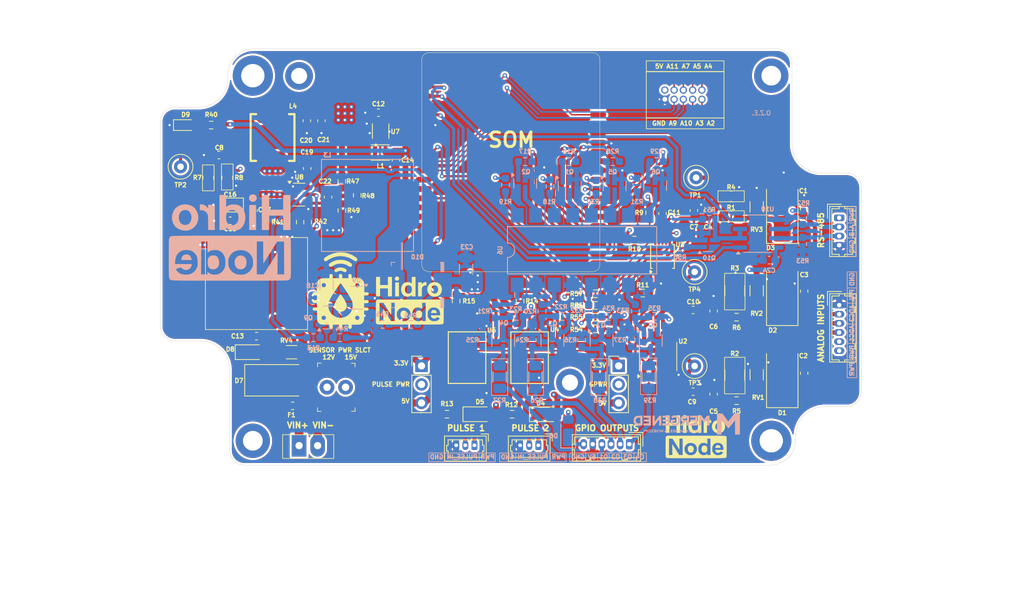
<source format=kicad_pcb>
(kicad_pcb (version 20241229) (generator "pcbnew") (generator_version "9.0")
  (layers (0 "F.Cu" signal) (4 "In1.Cu" signal) (6 "In2.Cu" signal) (2 "B.Cu" signal) (13 "F.Paste" user) (15 "B.Paste" user) (5 "F.SilkS" user "F.Silkscreen") (7 "B.SilkS" user "B.Silkscreen") (1 "F.Mask" user) (3 "B.Mask" user) (25 "Edge.Cuts" user))
  (net 0 "")
  (net 1 "Net-(D5-K)")
  (net 2 "/POWER/POWER_IN_N")
  (net 3 "+5V")
  (net 4 "GND")
  (net 5 "+12V")
  (net 6 "+3.3V")
  (net 7 "+15V")
  (net 8 "ADC0_CH1")
  (net 9 "ADC3_Battary")
  (net 10 "+GPIO_OUT_POWER")
  (net 11 "GPIO_IN_POWER")
  (net 12 "/ANALOG READING/Solar_ADC_P")
  (net 13 "/ANALOG READING/ADC1_IN")
  (net 14 "/ANALOG READING/ADC2_IN")
  (net 15 "Net-(U9-SW)")
  (net 16 "ADC2_SolarP")
  (net 17 "Net-(U9-FB)")
  (net 18 "PA5")
  (net 19 "Net-(D4-K)")
  (net 20 "Net-(D6-K)")
  (net 21 "Net-(D8-K)")
  (net 22 "Net-(D9-A)")
  (net 23 "Net-(D7-A1)")
  (net 24 "/POWER/POWER_IN_P")
  (net 25 "/DIGITAL OUTPUTS/GPIO_OUT1")
  (net 26 "/DIGITAL OUTPUTS/GPIO_OUT2")
  (net 27 "/DIGITAL OUTPUTS/GPIO_OUT3")
  (net 28 "/DIGITAL OUTPUTS/GPIO_OUT4")
  (net 29 "Net-(Q1-B)")
  (net 30 "Net-(Q1-C)")
  (net 31 "Net-(Q2-C)")
  (net 32 "Net-(Q2-B)")
  (net 33 "Net-(Q3-C)")
  (net 34 "Net-(Q3-B)")
  (net 35 "Net-(Q4-C)")
  (net 36 "Net-(Q4-B)")
  (net 37 "Net-(Q5-C)")
  (net 38 "Net-(Q5-B)")
  (net 39 "Net-(Q6-C)")
  (net 40 "Net-(Q6-B)")
  (net 41 "Net-(Q7-C)")
  (net 42 "Net-(Q7-B)")
  (net 43 "Net-(Q8-B)")
  (net 44 "Net-(Q8-C)")
  (net 45 "Net-(Q9-B)")
  (net 46 "Net-(Q9-C)")
  (net 47 "Net-(Q10-D)")
  (net 48 "Net-(Q10-G)")
  (net 49 "Net-(U8-SW)")
  (net 50 "ANALOG_SDA")
  (net 51 "ANALOG_SCL")
  (net 52 "Net-(R13-Pad2)")
  (net 53 "PULSE_1")
  (net 54 "PULSE_2")
  (net 55 "GPIO_2")
  (net 56 "GPIO_1")
  (net 57 "Net-(R19-Pad2)")
  (net 58 "Net-(R21-Pad1)")
  (net 59 "GPIO_3")
  (net 60 "GPIO_4")
  (net 61 "Net-(R31-Pad2)")
  (net 62 "Net-(R33-Pad1)")
  (net 63 "/RS485/RS485_A")
  (net 64 "/RS485/RS485_B")
  (net 65 "ADC1_CH2")
  (net 66 "EN_15V")
  (net 67 "RS485_EN")
  (net 68 "PA4")
  (net 69 "RS485_RX")
  (net 70 "RS485_TX")
  (net 71 "PA3")
  (net 72 "PA2")
  (net 73 "PA7")
  (net 74 "PA10")
  (net 78 "PA9")
  (net 79 "PA11")
  (net 80 "ADC_2")
  (net 84 "ADC_3")
  (net 89 "ADC_5")
  (net 91 "ADC_4")
  (net 93 "Net-(U2A-+)")
  (net 94 "Net-(U2B-+)")
  (net 95 "Net-(U8-BOOT)")
  (net 96 "Net-(U8-FB)")
  (net 97 "Net-(C22-Pad2)")
  (net 98 "Net-(J6-Pad2)")
  (net 99 "Net-(J5-Pad2)")
  (net 100 "Net-(U7-SW)")
  (net 101 "Net-(U3-ADDR)")
  (net 102 "Net-(R12-Pad2)")
  (net 103 "Net-(R18-Pad2)")
  (net 104 "Net-(R20-Pad1)")
  (net 105 "Net-(R30-Pad2)")
  (net 106 "Net-(R32-Pad1)")
  (net 107 "Net-(U8-EN)")
  (net 109 "unconnected-(U9-NC-Pad6)")
  (footprint "TestPoint:TestPoint_Loop_D2.60mm_Drill0.9mm_Beaded" (layer "F.Cu") (at 41 53)
    (property "Reference" "TP2")
    (property "Value" "TestPoint")
  )
  (footprint "Capacitor_SMD:C_0603_1608Metric_Pad1.08x0.95mm_HandSolder" (layer "F.Cu") (at 126.4 81.2875 90)
    (property "Reference" "C2")
    (property "Value" "10nF")
  )
  (footprint "Capacitor_SMD:C_0603_1608Metric_Pad1.08x0.95mm_HandSolder" (layer "F.Cu") (at 113.2 59 90)
    (property "Reference" "C4")
    (property "Value" "100nF")
  )
  (footprint "Connector_PinHeader_2.54mm:PinHeader_2x01_P2.54mm_Vertical" (layer "F.Cu") (at 57.234037 91.1975)
    (property "Reference" "J3" (hide yes))
    (property "Value" "~")
  )
  (footprint "Capacitor_SMD:C_0603_1608Metric_Pad1.08x0.95mm_HandSolder" (layer "F.Cu") (at 51 59 -90)
    (property "Reference" "C17")
    (property "Value" "100nF")
  )
  (footprint "Resistor_SMD:R_1206_3216Metric_Pad1.30x1.75mm_HandSolder" (layer "F.Cu") (at 119.9 58.5 90)
    (property "Reference" "RV3")
    (property "Value" "TVM3B390K651TY")
  )
  (footprint "Resistor_SMD:R_0603_1608Metric_Pad0.98x0.95mm_HandSolder" (layer "F.Cu") (at 78.7375 71.3986 -90)
    (property "Reference" "R15")
    (property "Value" "10k")
  )
  (footprint "Capacitor_SMD:C_0603_1608Metric_Pad1.08x0.95mm_HandSolder" (layer "F.Cu") (at 61.2 57.1625 90)
    (property "Reference" "C22")
    (property "Value" "75pF")
  )
  (footprint "mergened_footprints:EL8171-S1-TU_EVE" (layer "F.Cu") (at 80.2375 79.1486 90)
    (property "Reference" "U5")
    (property "Value" "UPC817BG-C04-R")
  )
  (footprint "Capacitor_SMD:C_0603_1608Metric_Pad1.08x0.95mm_HandSolder" (layer "F.Cu") (at 111.3 59 90)
    (property "Reference" "C7")
    (property "Value" "10nF")
  )
  (footprint "footprints:WSON6 (2x2)" (layer "F.Cu") (at 68.4 48.125 90)
    (property "Reference" "U7")
    (property "Value" "TPS62291DRVR")
  )
  (footprint "Resistor_SMD:R_1206_3216Metric_Pad1.30x1.75mm_HandSolder" (layer "F.Cu") (at 119.9 69.99375 90)
    (property "Reference" "RV2")
    (property "Value" "TVM3B390K651TY")
  )
  (footprint "Resistor_SMD:R_1206_3216Metric_Pad1.30x1.75mm_HandSolder" (layer "F.Cu") (at 56.2 78.4)
    (property "Reference" "RV4")
    (property "Value" "TVM3B390K651TY")
  )
  (footprint "Fuse:Fuse_0603_1608Metric_Pad1.05x0.95mm_HandSolder" (layer "F.Cu") (at 56.359037 85.75)
    (property "Reference" "F1")
    (property "Value" "2A")
  )
  (footprint "Resistor_SMD:R_0603_1608Metric_Pad0.98x0.95mm_HandSolder" (layer "F.Cu") (at 117.15 73.6 180)
    (property "Reference" "R6")
    (property "Value" "1k")
  )
  (footprint "Resistor_SMD:R_0603_1608Metric_Pad0.98x0.95mm_HandSolder" (layer "F.Cu") (at 77.4875 86.8986)
    (property "Reference" "R13")
    (property "Value" "1.1k")
  )
  (footprint "TestPoint:TestPoint_Loop_D2.60mm_Drill0.9mm_Beaded" (layer "F.Cu") (at 111.6 54.5 90)
    (property "Reference" "TP1")
    (property "Value" "TestPoint")
  )
  (footprint "Diode_SMD:D_SMB_Handsoldering" (layer "F.Cu") (at 123.4 58.8 90)
    (property "Reference" "D3")
    (property "Value" "SMBJ28A-HT")
  )
  (footprint "footprints:INDC6060X300" (layer "F.Cu") (at 53.6 49.2 90)
    (property "Reference" "L4")
    (property "Value" "10uH")
  )
  (footprint "Capacitor_SMD:C_0603_1608Metric_Pad1.08x0.95mm_HandSolder" (layer "F.Cu") (at 58.3 46.7 90)
    (property "Reference" "C20")
    (property "Value" "22uF")
  )
  (footprint "Resistor_SMD:R_0603_1608Metric_Pad0.98x0.95mm_HandSolder" (layer "F.Cu") (at 87.5 71.3986 -90)
    (property "Reference" "R14")
    (property "Value" "10k")
  )
  (footprint "Capacitor_SMD:C_0603_1608Metric_Pad1.08x0.95mm_HandSolder" (layer "F.Cu") (at 51.4 76.2)
    (property "Reference" "C13")
    (property "Value" "100nF")
  )
  (footprint "Resistor_SMD:R_0805_2012Metric_Pad1.20x1.40mm_HandSolder" (layer "F.Cu") (at 116.4 57.05 180)
    (property "Reference" "R4")
    (property "Value" "20k")
  )
  (footprint "Resistor_SMD:R_0603_1608Metric_Pad0.98x0.95mm_HandSolder" (layer "F.Cu") (at 58.4 60.5875 90)
    (property "Reference" "R42")
    (property "Value" "105k")
  )
  (footprint "Resistor_SMD:R_0603_1608Metric_Pad0.98x0.95mm_HandSolder" (layer "F.Cu") (at 63.1 55 -90)
    (property "Reference" "R47")
    (property "Value" "49.9")
  )
  (footprint "Capacitor_SMD:C_0603_1608Metric_Pad1.08x0.95mm_HandSolder" (layer "F.Cu") (at 60.3 46.7 90)
    (property "Reference" "C21")
    (property "Value" "22uF")
  )
  (footprint "Diode_SMD:D_PowerDI-123" (layer "F.Cu") (at 81.9875 86.8986)
    (property "Reference" "D5")
    (property "Value" "SBR3U40P1-7")
  )
  (footprint "TestPoint:TestPoint_Loop_D2.60mm_Drill0.9mm_Beaded" (layer "F.Cu") (at 111.4 80.3 90)
    (property "Reference" "TP3")
    (property "Value" "TestPoint")
  )
  (footprint "Resistor_SMD:R_0805_2012Metric_Pad1.20x1.40mm_HandSolder" (layer "F.Cu") (at 44.8 54.5 90)
    (property "Reference" "R7")
    (property "Value" "150k")
  )
  (footprint "Resistor_SMD:R_1210_3225Metric" (layer "F.Cu") (at 116.9 81.5375 90)
    (property "Reference" "R2")
    (property "Value" "150")
  )
  (footprint "Capacitor_SMD:C_0603_1608Metric_Pad1.08x0.95mm_HandSolder" (layer "F.Cu") (at 111.2 72.6175)
    (property "Reference" "C10")
    (property "Value" "10nF")
  )
  (footprint "Resistor_SMD:R_0805_2012Metric_Pad1.20x1.40mm_HandSolder" (layer "F.Cu") (at 116.4 59.8)
    (property "Reference" "R1")
    (property "Value" "150k")
  )
  (footprint "Diode_SMD:D_SMB_Handsoldering" (layer "F.Cu") (at 54.5 82.25)
    (property "Reference" "D7")
    (property "Value" "SMBJ28A-HT")
  )
  (footprint "Package_TO_SOT_SMD:SOT-23-6" (layer "F.Cu") (at 57.2375 56.825)
    (property "Reference" "U8")
    (property "Value" "TPS54302")
  )
  (footprint "Resistor_SMD:R_0603_1608Metric_Pad0.98x0.95mm_HandSolder" (layer "F.Cu") (at 104.3 70.3 180)
    (property "Reference" "R11")
    (property "Value" "10k")
  )
  (footprint "Diode_SMD:D_PowerDI-123" (layer "F.Cu") (at 50.8 78.4)
    (property "Reference" "D8")
    (property "Value" "SBR3U40P1-7")
  )
  (footprint "Resistor_SMD:R_0603_1608Metric_Pad0.98x0.95mm_HandSolder" (layer "F.Cu") (at 56.35 60.5875 -90)
    (property "Reference" "R41")
    (property "Value" "511k")
  )
  (footprint "Resistor_SMD:R_0603_1608Metric_Pad0.98x0.95mm_HandSolder" (layer "F.Cu") (at 117.15 85.0375 180)
    (property "Reference" "R5")
    (property "Value" "1k")
  )
  (footprint "MountingHole:MountingHole_3.2mm_M3_ISO14580_Pad" (layer "F.Cu") (at 50.9 40.532788)
    (property "Reference" "H1" (hide yes))
    (property "Value" "MountingHole")
  )
  (footprint "Resistor_SMD:R_0603_1608Metric_Pad0.98x0.95mm_HandSolder" (layer "F.Cu") (at 97.8125 73.6 180)
    (property "Reference" "R55")
    (property "Value" "")
  )
  (footprint "LED_SMD:LED_0805_2012Metric_Pad1.15x1.40mm_HandSolder" (layer "F.Cu") (at 47.75 58.25 180)
    (property "Reference" "C16")
    (property "Value" "10uF")
  )
  (footprint "Capacitor_SMD:C_0603_1608Metric_Pad1.08x0.95mm_HandSolder" (layer "F.Cu") (at 46.25 51.4 180)
    (property "Reference" "C8")
    (property "Value" "10nF")
  )
  (footprint "Resistor_SMD:R_1210_3225Metric" (layer "F.Cu") (at 116.9 70 90)
    (property "Reference" "R3")
    (property "Value" "150")
  )
  (footprint "Capacitor_SMD:C_0603_1608Metric_Pad1.08x0.95mm_HandSolder" (layer "F.Cu") (at 47.8 60.4 180)
    (property "Reference" "C15")
    (property "Value" "100nF")
  )
  (footprint "Connector_PinHeader_2.54mm:PinHeader_1x03_P2.54mm_Vertical" (layer "F.Cu") (at 101 80.275)
    (property "Reference" "J9" (hide yes))
    (property "Value" "~")
  )
  (footprint "mergened_footprints:BoxHeader2x5_1.27" (layer "F.Cu") (at 107.32 43.77)
    (property "Reference" "J4" (hide yes))
    (property "Value" "~")
  )
  (footprint "LED_SMD:LED_0603_1608Metric_Pad1.05x0.95mm_HandSolder" (layer "F.Cu") (at 41.7 47.3)
    (property "Reference" "D9")
    (property "Value" "LED")
  )
  (footprint "Resistor_SMD:R_0603_1608Metric_Pad0.98x0.95mm_HandSolder" (layer "F.Cu") (at 103.1625 63.05 180)
    (property "Reference" "R10")
    (property "Value" "10k")
  )
  (footprint "Connector_Molex:Molex_PicoBlade_53047-0310_1x03_P1.25mm_Vertical" (layer "F.Cu") (at 90 91.15 180)
    (property "Reference" "J5" (hide yes))
    (property "Value" "B3B-PH-K-S_LF__SN_")
  )
  (footprint "Resistor_SMD:R_0603_1608Metric_Pad0.98x0.95mm_HandSolder" (layer "F.Cu") (at 97.8125 75.2 180)
    (property "Reference" "R54")
    (property "Value" "")
  )
  (footprint "footprints:pa2748" (layer "F.Cu") (at 55.6 63.7 180)
    (property "Reference" "L2" (hide yes))
    (property "Value" "PA2748NL" (hide yes))
  )
  (footprint "Resistor_SMD:R_0603_1608Metric_Pad0.98x0.95mm_HandSolder" (layer "F.Cu") (at 86.4 86.8986)
    (property "Reference" "R12")
    (property "Value" "1.1k")
  )
  (footprint "MountingHole:MountingHole_3.2mm_M3_ISO14580_Pad" (layer "F.Cu") (at 121.9 90.532788)
    (property "Reference" "H2" (hide yes))
    (property "Value" "MountingHole")
  )
  (footprint "Capacitor_SMD:C_0603_1608Metric_Pad1.08x0.95mm_HandSolder" (layer "F.Cu") (at 70.5 52.1 -90)
    (property "Reference" "C14")
    (property "Value" "10uF")
  )
  (footprint "Capacitor_SMD:C_0603_1608Metric_Pad1.08x0.95mm_HandSolder" (layer "F.Cu") (at 126.4 70.04375 90)
    (property "Reference" "C3")
    (property "Value" "10nF")
  )
  (footprint "TestPoint:TestPoint_Loop_D2.60mm_Drill0.9mm_Beaded" (layer "F.Cu") (at 111.4 67.4 90)
    (property "Reference" "TP4")
    (property "Value" "TestPoint")
  )
  (footprint "Capacitor_SMD:C_0603_1608Metric_Pad1.08x0.95mm_HandSolder" (layer "F.Cu") (at 114 72.7625 90)
    (property "Reference" "C6")
    (property "Value" "10nF")
  )
  (footprint "Capacitor_SMD:C_0603_1608Metric" (layer "F.Cu") (at 68.1 45.6 180)
    (property "Reference" "C12")
    (property "Value" "10uF")
  )
  (footprint "Inductor_SMD:L_Murata_DFE201610P" (layer "F.Cu") (at 68.35 51.05)
    (property "Reference" "L1")
    (property "Value" "2.2uH")
  )
  (footprint "Capacitor_SMD:C_0603_1608Metric_Pad1.08x0.95mm_HandSolder" (layer "F.Cu") (at 58.35 53.25 90)
    (property "Reference" "C19")
    (property "Value" "100nF")
  )
  (footprint "Capacitor_SMD:C_0603_1608Metric_Pad1.08x0.95mm_HandSolder" (layer "F.Cu") (at 111.2 83.8)
    (property "Reference" "C9")
    (property "Value" "10nF")
  )
  (footprint "MountingHole:MountingHole_2.7mm_M2.5_DIN965_Pad" (layer "F.Cu") (at 121.9 40.532788)
    (property "Reference" "H3" (hide yes))
    (property "Value" "MountingHole")
  )
  (footprint "Connector_Hirose:Hirose_DF13-06P-1.25DSA_1x06_P1.25mm_Vertical" (layer "F.Cu") (at 102.45 91 180)
    (property "Reference" "J8" (hide yes))
    (property "Value" "~")
  )
  (footprint "digikey-footprints:PinHeader_1x2_P2.54mm_Drill1.02mm" (layer "F.Cu") (at 61.06 83.2)
    (property "Reference" "J10" (hide yes))
    (property "Value" "22-23-2021")
  )
  (footprint "mergened_footprints:HidroNode" (layer "F.Cu") (at 68.1 70.4)
    (property "Reference" "G***" (hide yes))
    (property "Value" "LOGO" (hide yes))
  )
  (footprint "Resistor_SMD:R_0603_1608Metric_Pad0.98x0.95mm_HandSolder" (layer "F.Cu") (at 97.8125 72 180)
    (property "Reference" "R56")
    (property "Value" "")
  )
  (footprint "MountingHole:MountingHole_2.7mm_M2.5_DIN965_Pad" (layer "F.Cu") (at 50.9 90.532788)
    (property "Reference" "H4" (hide yes))
    (property "Value" "MountingHole")
  )
  (footprint "mergened_footprints:stm32wl_lora_som" (layer "F.Cu") (at 74.0268 67.3925)
    (property "Reference" "U1" (hide yes))
    (property "Value" "~")
  )
  (footprint "Capacitor_SMD:C_0603_1608Metric_Pad1.08x0.95mm_HandSolder" (layer "F.Cu") (at 107 59.4125 90)
    (property "Reference" "C11")
    (property "Value" "100nF")
  )
  (footprint "Connector_Hirose:Hirose_DF13-06P-1.25DSA_1x06_P1.25mm_Vertical" (layer "F.Cu") (at 131.2 71.95 -90)
    (property "Reference" "J1" (hide yes))
    (property "Value" "~")
  )
  (footprint "Resistor_SMD:R_0805_2012Metric_Pad1.20x1.40mm_HandSolder" (layer "F.Cu") (at 47.4 54.5 90)
    (property "Reference" "R8")
    (property "Value" "20k")
  )
  (footprint "Connector_Molex:Molex_PicoBlade_53047-0310_1x03_P1.25mm_Vertical" (layer "F.Cu") (at 81.25 91.15 180)
    (property "Reference" "J6" (hide yes))
    (property "Value" "B3B-PH-K-S_LF__SN_")
  )
  (footprint "Resistor_SMD:R_1206_3216Metric_Pad1.30x1.75mm_HandSolder" (layer "F.Cu") (at 119.9 81.4875 90)
    (property "Reference" "RV1")
    (property "Value" "TVM3B390K651TY")
  )
  (footprint "Capacitor_SMD:C_0603_1608Metric_Pad1.08x0.95mm_HandSolder" (layer "F.Cu") (at 126.4 58.8 90)
    (property "Reference" "C1")
    (property "Value" "10nF")
  )
  (footprint "Connector_PinHeader_2.54mm:PinHeader_1x03_P2.54mm_Vertical" (layer "F.Cu") (at 74 80.275)
    (property "Reference" "J7" (hide yes))
    (property "Value" "~")
  )
  (footprint "Diode_SMD:D_SMB_Handsoldering" (layer "F.Cu") (at 123.4 81.2875 90)
    (property "Reference" "D1")
    (property "Value" "SMBJ28A-HT")
  )
  (footprint "mergened_footprints:EL8171-S1-TU_EVE" (layer "F.Cu") (at 88.8 79.1486 90)
    (property "Reference" "U4")
    (property "Value" "UPC817BG-C04-R")
  )
  (footprint "Resistor_SMD:R_0603_1608Metric_Pad0.98x0.95mm_HandSolder" (layer "F.Cu") (at 45.2 47.3)
    (property "Reference" "R40")
    (property "Value" "210")
  )
  (footprint "Resistor_SMD:R_0603_1608Metric_Pad0.98x0.95mm_HandSolder" (layer "F.Cu") (at 65.2 56.9125 -90)
    (property "Reference" "R48")
    (property "Value" "100K")
  )
  (footprint "mergened_footprints:hidroNodeSmall" (layer "F.Cu") (at 111.634037 90.063464)
    (property "Reference" "G***" (hide yes))
    (property "Value" "LOGO" (hide yes))
  )
  (footprint "Resistor_SMD:R_0603_1608Metric_Pad0.98x0.95mm_HandSolder" (layer "F.Cu") (at 97.8125 70.4 180)
    (property "Reference" "R57")
    (property "Value" "")
  )
  (footprint "Capacitor_SMD:C_0603_1608Metric_Pad1.08x0.95mm_HandSolder" (layer "F.Cu") (at 114 84.15 90)
    (property "Reference" "C5")
    (property "Value" "10nF")
  )
  (footprint "Connector_Hirose:Hirose_DF13-04P-1.25DSA_1x04_P1.25mm_Vertical" (layer "F.Cu") (at 131.2 60 -90)
    (property "Reference" "J2" (hide yes))
    (property "Value" "B4B-PH-K-S_LF__SN_")
  )
  (footprint "Diode_SMD:D_PowerDI-123" (layer "F.Cu") (at 91.0875 86.8986)
    (property "Reference" "D4")
    (property "Value" "SBR3U40P1-7")
  )
  (footprint "Package_SO:SOIC-8_3.9x4.9mm_P1.27mm" (layer "F.Cu") (at 106.4 79 90)
    (property "Reference" "U2")
    (property "Value" "OPA2197xD")
  )
  (footprint "Diode_SMD:D_SMB_Handsoldering" (layer "F.Cu") (at 123.4 70.04375 90)
    (property "Reference" "D2")
    (property "Value" "SMBJ28A-HT")
  )
  (footprint "mergened_footprints:RelayBoard" (layer "F.Cu") (at 57.234037 40.563464 -90)
    (property "Reference" "REF**" (hide yes))
    (property "Value" "RelayBoard")
  )
  (footprint "Resistor_SMD:R_0603_1608Metric_Pad0.98x0.95mm_HandSolder" (layer "F.Cu") (at 63.1 59 -90)
    (property "Reference" "R49")
    (property "Value" "13.3K")
  )
  (footprint "Package_SO:TSSOP-10_3x3mm_P0.5mm" (layer "F.Cu") (at 107 65.3 90)
    (property "Reference" "U3")
    (property "Value" "ADS1115IDGS")
  )
  (footprint "Resistor_SMD:R_0603_1608Metric_Pad0.98x0.95mm_HandSolder" (layer "F.Cu") (at 105.25 59.3 90)
    (property "Reference" "R9")
    (property "Value" "10k")
  )
  (footprint "Resistor_SMD:R_0603_1608Metric_Pad0.98x0.95mm_HandSolder" (layer "B.Cu") (at 97.9 55.7875 -90)
    (property "Reference" "R30")
    (property "Value" "680")
  )
  (footprint "Resistor_SMD:R_0603_1608Metric_Pad0.98x0.95mm_HandSolder" (layer "B.Cu") (at 96.9 72.7875 -90)
    (property "Reference" "R32")
    (property "Value" "1k")
  )
  (footprint "Resistor_SMD:R_0603_1608Metric_Pad0.98x0.95mm_HandSolder" (layer "B.Cu") (at 82.391666 76.7375 -90)
    (property "Reference" "R25")
    (property "Value" "10k")
  )
  (footprint "Resistor_SMD:R_0603_1608Metric_Pad0.98x0.95mm_HandSolder" (layer "B.Cu") (at 62.8 76.4 180)
    (property "Reference" "R44")
    (property "Value" "10k")
  )
  (footprint "Resistor_SMD:R_0603_1608Metric_Pad0.98x0.95mm_HandSolder" (layer "B.Cu") (at 94.2 52.3 180)
    (property "Reference" "R16")
    (property "Value" "1K")
  )
  (footprint "Resistor_SMD:R_0603_1608Metric_Pad0.98x0.95mm_HandSolder" (layer "B.Cu") (at 87 73.5)
    (property "Reference" "R23")
    (property "Value" "10k")
  )
  (footprint "Resistor_SMD:R_0603_1608Metric_Pad0.98x0.95mm_HandSolder" (layer "B.Cu") (at 85.5 55.5 -90)
    (property "Reference" "R19")
    (property "Value" "680")
  )
  (footprint "Resistor_SMD:R_0603_1608Metric_Pad0.98x0.95mm_HandSolder" (layer "B.Cu") (at 89.164444 76.7375 -90)
    (property "Reference" "R24")
    (property "Value" "10k")
  )
  (footprint "Resistor_SMD:R_0603_1608Metric_Pad0.98x0.95mm_HandSolder" (layer "B.Cu") (at 105.9125 73.5)
    (property "Reference" "R35")
    (property "Value" "10k")
  )
  (footprint "Package_TO_SOT_SMD:SOT-23" (layer "B.Cu") (at 88.2 55.3 -90)
    (property "Reference" "Q2")
    (property "Value" "BC817-40-HT")
  )
  (footprint "Package_TO_SOT_SMD:SOT-23" (layer "B.Cu") (at 94.3 55.6625 -90)
    (property "Reference" "Q1")
    (property "Value" "BC817-40-HT")
  )
  (footprint "Resistor_SMD:R_0603_1608Metric_Pad0.98x0.95mm_HandSolder" (layer "B.Cu") (at 103.5 55.5 -90)
    (property "Reference" "R31")
    (property "Value" "680")
  )
  (footprint "Resistor_SMD:R_0603_1608Metric_Pad0.98x0.95mm_HandSolder" (layer "B.Cu") (at 59.2 76.4)
    (property "Reference" "R43")
    (property "Value" "1K")
  )
  (footprint "Package_TO_SOT_SMD:SOT-23" (layer "B.Cu") (at 106 55.6 -90)
    (property "Reference" "Q6")
    (property "Value" "BC817-40-HT")
  )
  (footprint "Resistor_SMD:R_0603_1608Metric_Pad0.98x0.95mm_HandSolder" (layer "B.Cu") (at 93.304167 73.5)
    (property "Reference" "R22")
    (property "Value" "10k")
  )
  (footprint "Resistor_SMD:R_0603_1608Metric_Pad0.98x0.95mm_HandSolder" (layer "B.Cu") (at 72.5375 74.59 180)
    (property "Reference" "R45")
    (property "Value" "75k")
  )
  (footprint "Resistor_SMD:R_0603_1608Metric_Pad0.98x0.95mm_HandSolder" (layer "B.Cu") (at 113.4 60.2)
    (property "Reference" "R51")
    (property "Value" "10k")
  )
  (footprint "mergened_footprints:HidroNodeYazi" (layer "B.Cu") (at 47.7 62.9 180)
    (property "Reference" "G***" (hide yes))
    (property "Value" "LOGO" (hide yes))
  )
  (footprint "Resistor_SMD:R_0603_1608Metric_Pad0.98x0.95mm_HandSolder" (layer "B.Cu") (at 106.2 52.3 180)
    (property "Reference" "R29")
    (property "Value" "1K")
  )
  (footprint "Capacitor_SMD:C_1206_3216Metric_Pad1.33x1.80mm_HandSolder" (layer "B.Cu") (at 61 69.2 -90)
    (property "Reference" "C18")
    (property "Value" "22uF")
  )
  (footprint "Resistor_SMD:R_1206_3216Metric_Pad1.30x1.75mm_HandSolder" (layer "B.Cu") (at 89.6 81.8 90)
    (property "Reference" "R26")
    (property "Value" "150")
  )
  (footprint "Package_TO_SOT_SMD:SOT-23-3" (layer "B.Cu") (at 91.925 76.7875 -90)
    (property "Reference" "Q3")
    (property "Value" "BC807-40-HT")
  )
  (footprint "Package_SO:SOIC-8_3.9x4.9mm_P1.27mm" (layer "B.Cu") (at 120.075 62.165)
    (property "Reference" "U10")
    (property "Value" "Max3075EESA")
  )
  (footprint "Resistor_SMD:R_1206_3216Metric_Pad1.30x1.75mm_HandSolder" (layer "B.Cu") (at 84.7 81.8 90)
    (property "Reference" "R27")
    (property "Value" "150")
  )
  (footprint "Capacitor_SMD:C_0603_1608Metric_Pad1.08x0.95mm_HandSolder" (layer "B.Cu") (at 121.6 65.8 180)
    (property "Reference" "C24")
    (property "Value" "100nF")
  )
  (footprint "Resistor_SMD:R_0603_1608Metric_Pad0.98x0.95mm_HandSolder" (layer "B.Cu") (at 91.6 55.7 -90)
    (property "Reference" "R18")
    (property "Value" "680")
  )
  (footprint "Resistor_SMD:R_0603_1608Metric_Pad0.98x0.95mm_HandSolder" (layer "B.Cu") (at 103.3 72.7875 -90)
    (property "Reference" "R33")
    (property "Value" "1k")
  )
  (footprint "digikey-footprints:DO-214AB" (layer "B.Cu") (at 73.45 69.19 180)
    (property "Reference" "D10")
    (property "Value" "SS34")
  )
  (footprint "Inductor_SMD:L_12x12mm_H6mm" (layer "B.Cu") (at 66.6 58.3)
    (property "Reference" "L3")
    (property "Value" "22uH")
  )
  (footprint "Package_DIP:SMDIP-16_W9.53mm" (layer "B.Cu") (at 95.99 64.435 -90)
    (property "Reference" "U6")
    (property "Value" "LTV-847S")
  )
  (footprint "Resistor_SMD:R_0603_1608Metric_Pad0.98x0.95mm_HandSolder" (layer "B.Cu") (at 126.2 63.6 -90)
    (property "Reference" "R53")
    (property "Value" "10k")
  )
  (footprint "Resistor_SMD:R_0603_1608Metric_Pad0.98x0.95mm_HandSolder" (layer "B.Cu") (at 102.71 76.7375 -90)
    (property "Reference" "R37")
    (property "Value" "10k")
  )
  (footprint "Diode_SMD:D_PowerDI-123" (layer "B.Cu") (at 94.1 89.2 90)
    (property "Reference" "D6")
    (property "Value" "SBR3U40P1-7")
  )
  (footprint "Package_TO_SOT_SMD:SOT-23" (layer "B.Cu") (at 100.45 55.6375 -90)
    (property "Reference" "Q5")
    (property "Value" "BC817-40-HT")
  )
  (footprint "Resistor_SMD:R_0603_1608Metric_Pad0.98x0.95mm_HandSolder" (layer "B.Cu") (at 99.608333 73.5)
    (property "Reference" "R34")
    (property "Value" "10k")
  )
  (footprint "Package_TO_SOT_SMD:SOT-23-3" (layer "B.Cu") (at 85.1875 76.7875 -90)
    (property "Reference" "Q4")
    (property "Value" "BC807-40-HT")
  )
  (footprint "Resistor_SMD:R_0603_1608Metric_Pad0.98x0.95mm_HandSolder" (layer "B.Cu") (at 84.1 72.7875 -90)
    (property "Reference" "R21")
    (property "Value" "1K")
  )
  (footprint "Resistor_SMD:R_0603_1608Metric_Pad0.98x0.95mm_HandSolder" (layer "B.Cu") (at 90.5 72.7875 -90)
    (property "Reference" "R20")
    (property "Value" "1K")
  )
  (footprint "Package_TO_SOT_SMD:SOT-23-3" (layer "B.Cu") (at 105.4 76.7875 -90)
    (property "Reference" "Q8")
    (property "Value" "BC807-40-HT")
  )
  (footprint "Package_TO_SOT_SMD:SOT-23" (layer "B.Cu") (at 113.2625 63.05)
    (property "Reference" "Q10")
    (property "Value" "BSN20")
  )
  (footprint "Resistor_SMD:R_0603_1608Metric_Pad0.98x0.95mm_HandSolder" (layer "B.Cu") (at 109.4 64)
    (property "Reference" "R50")
    (property "Value" "210")
  )
  (footprint "Resistor_SMD:R_0603_1608Metric_Pad0.98x0.95mm_HandSolder" (layer "B.Cu") (at 100.2 52.3 180)
    (property "Reference" "R28")
    (property "Value" "1K")
  )
  (footprint "mergened_footprints:mergened_footprints2.pretty" (layer "B.Cu") (at 110.5 87.4 180)
    (property "Reference" "G***" (hide yes))
    (property "Value" "LOGO" (hide yes))
  )
  (footprint "Resistor_SMD:R_0603_1608Metric_Pad0.98x0.95mm_HandSolder" (layer "B.Cu") (at 68.65 74.59 180)
    (property "Reference" "R46")
    (property "Value" "3.3k")
  )
  (footprint "Package_TO_SOT_SMD:SOT-23-3" (layer "B.Cu") (at 98.6625 76.7875 -90)
    (property "Reference" "Q7")
    (property "Value" "BC807-40-HT")
  )
  (footprint "Resistor_SMD:R_1206_3216Metric_Pad1.30x1.75mm_HandSolder" (layer "B.Cu") (at 105.1 81.8 90)
    (property "Reference" "R39")
    (property "Value" "150")
  )
  (footprint "Capacitor_SMD:C_1206_3216Metric_Pad1.33x1.80mm_HandSolder" (layer "B.Cu") (at 80.1 67.0375 -90)
    (property "Reference" "C23")
    (property "Value" "22uF")
  )
  (footprint "Resistor_SMD:R_0603_1608Metric_Pad0.98x0.95mm_HandSolder" (layer "B.Cu") (at 88.2 52.3 180)
    (property "Reference" "R17")
    (property "Value" "1k")
  )
  (footprint "Resistor_SMD:R_0603_1608Metric_Pad0.98x0.95mm_HandSolder" (layer "B.Cu") (at 95.937222 76.7375 -90)
    (property "Reference" "R36")
    (property "Value" "10k")
  )
  (footprint "Resistor_SMD:R_0603_1608Metric_Pad0.98x0.95mm_HandSolder" (layer "B.Cu") (at 126.2 60 -90)
    (property "Reference" "R52")
    (property "Value" "10k")
  )
  (footprint "Resistor_SMD:R_1206_3216Metric_Pad1.30x1.75mm_HandSolder" (layer "B.Cu") (at 98.3 81.8 90)
    (property "Reference" "R38")
    (property "Value" "150")
  )
  (footprint "Package_TO_SOT_SMD:SOT-23-6" (layer "B.Cu") (at 65.1125 70.94 180)
    (property "Reference" "U9")
    (property "Value" "MT3608")
  )
  (footprint "Package_TO_SOT_SMD:SOT-23" (layer "B.Cu") (at 61.1375 73.65)
    (property "Reference" "Q9")
    (property "Value" "BC817-40-HT")
  )
  (gr_rect (start 115.5 67.6) (end 118.3 72.6) (stroke (width 0.1)) (fill no) (layer "F.SilkS"))
  (gr_rect (start 104.785322 46.31) (end 115.42 47.807338) (stroke (width 0.1)) (fill no) (layer "F.SilkS"))
  (gr_rect (start 104.782661 38.5) (end 115.417339 39.997338) (stroke (width 0.1)) (fill no) (layer "F.SilkS"))
  (gr_rect (start 115.5 79.1) (end 118.3 84.1) (stroke (width 0.1)) (fill no) (layer "F.SilkS"))
  (gr_rect (start 46.6 52.625) (end 48.2 56.175) (stroke (width 0.1)) (fill no) (layer "F.SilkS"))
  (gr_rect (start 114.6 59.035) (end 118.2 60.535) (stroke (width 0.1)) (fill no) (layer "F.SilkS"))
  (gr_rect (start 44 52.75) (end 45.6 56.3) (stroke (width 0.1)) (fill no) (layer "F.SilkS"))
  (gr_rect (start 114.6 56.3) (end 118.2 57.8) (stroke (width 0.1)) (fill no) (layer "F.SilkS"))
  (gr_rect (start 84.7 92.2) (end 93.8 93.4) (stroke (width 0.1)) (fill no) (layer "B.SilkS"))
  (gr_rect (start 104 79.2) (end 106.2 84.2) (stroke (width 0.1)) (fill no) (layer "B.SilkS"))
  (gr_rect (start 88.5 79.3) (end 90.7 84.3) (stroke (width 0.1)) (fill no) (layer "B.SilkS"))
  (gr_rect (start 94.3 92.2) (end 104.8 93.4) (stroke (width 0.1)) (fill no) (layer "B.SilkS"))
  (gr_rect (start 132.3 67.4) (end 133.6 81.9) (stroke (width 0.1)) (fill no) (layer "B.SilkS"))
  (gr_line (start 98.1 92.3) (end 98.1 92.2) (stroke (width 0.1)) (layer "B.SilkS"))
  (gr_line (start 96.5 92.2) (end 96.5 93.4) (stroke (width 0.1)) (layer "B.SilkS"))
  (gr_line (start 133.5 62.75) (end 132.3 62.75) (stroke (width 0.1)) (layer "B.SilkS"))
  (gr_line (start 99.7 92.2) (end 99.7 93.4) (stroke (width 0.1)) (layer "B.SilkS"))
  (gr_line (start 81.9 92.2) (end 81.9 93.4) (stroke (width 0.1)) (layer "B.SilkS"))
  (gr_rect (start 132.3 58.45) (end 133.5 65.3) (stroke (width 0.1)) (fill no) (layer "B.SilkS"))
  (gr_line (start 133.7 77.2) (end 132.4 77.2) (stroke (width 0.1)) (layer "B.SilkS"))
  (gr_rect (start 97.2 79.3) (end 99.4 84.3) (stroke (width 0.1)) (fill no) (layer "B.SilkS"))
  (gr_line (start 101.4 92.2) (end 101.4 93.4) (stroke (width 0.1)) (layer "B.SilkS"))
  (gr_rect (start 75 92.2) (end 84.1 93.4) (stroke (width 0.1)) (fill no) (layer "B.SilkS"))
  (gr_line (start 133.45 61.7) (end 132.3 61.7) (stroke (width 0.1)) (layer "B.SilkS"))
  (gr_line (start 77.2 92.2) (end 77.2 93.4) (stroke (width 0.1)) (layer "B.SilkS"))
  (gr_line (start 133.475 60.7) (end 132.325 60.7) (stroke (width 0.1)) (layer "B.SilkS"))
  (gr_line (start 91.6 92.2) (end 91.6 93.4) (stroke (width 0.1)) (layer "B.SilkS"))
  (gr_line (start 103.1 92.2) (end 103.1 93.4) (stroke (width 0.1)) (layer "B.SilkS"))
  (gr_rect (start 83.6 79.3) (end 85.8 84.3) (stroke (width 0.1)) (fill no) (layer "B.SilkS"))
  (gr_line (start 133.6 69.6) (end 132.3 69.6) (stroke (width 0.1)) (layer "B.SilkS"))
  (gr_line (start 86.9 92.2) (end 86.9 93.4) (stroke (width 0.1)) (layer "B.SilkS"))
  (gr_line (start 133.6 74.55) (end 132.3 74.55) (stroke (width 0.1)) (layer "B.SilkS"))
  (gr_line (start 133.6 71.7) (end 132.3 71.7) (stroke (width 0.1)) (layer "B.SilkS"))
  (gr_line (start 133.6 79.45) (end 132.3 79.45) (stroke (width 0.1)) (layer "B.SilkS"))
  (gr_line (start 98.1 92.3) (end 98.1 93.4) (stroke (width 0.1)) (layer "B.SilkS"))
  (gr_line (start 129.234037 85.863464) (end 132.234037 85.863464) (stroke (width 0.05)) (layer "Edge.Cuts"))
  (gr_line (start 43.484037 44.863464) (end 42.984037 44.863464) (stroke (width 0.05)) (layer "Edge.Cuts"))
  (gr_line (start 134.234037 83.863464) (end 134.234037 55.863464) (stroke (width 0.05)) (layer "Edge.Cuts"))
  (gr_line (start 42.984037 44.863464) (end 40.234037 44.863464) (stroke (width 0.05)) (layer "Edge.Cuts"))
  (gr_line (start 124.734037 49.863464) (end 124.734037 38.863464) (stroke (width 0.05)) (layer "Edge.Cuts"))
  (gr_arc (start 122.734036 36.863465) (mid 124.14825 37.449251) (end 124.734036 38.863465) (stroke (width 0.05)) (layer "Edge.Cuts"))
  (gr_line (start 47.484037 40.363464) (end 47.484037 40.863464) (stroke (width 0.05)) (layer "Edge.Cuts"))
  (gr_line (start 38.234037 46.863464) (end 38.234037 74.613464) (stroke (width 0.05)) (layer "Edge.Cuts"))
  (gr_arc (start 47.484037 40.863464) (mid 46.312464 43.691891) (end 43.484037 44.863464) (stroke (width 0.05)) (layer "Edge.Cuts"))
  (gr_arc (start 49.734037 93.863464) (mid 48.319823 93.277678) (end 47.734037 91.863464) (stroke (width 0.05)) (layer "Edge.Cuts"))
  (gr_line (start 122.734037 36.863464) (end 50.984037 36.863464) (stroke (width 0.05)) (layer "Edge.Cuts"))
  (gr_arc (start 128.734037 53.863464) (mid 125.90561 52.691891) (end 124.734037 49.863464) (stroke (width 0.05)) (layer "Edge.Cuts"))
  (gr_line (start 38.234037 74.613464) (end 38.234037 74.863464) (stroke (width 0.05)) (layer "Edge.Cuts"))
  (gr_line (start 132.234037 53.863464) (end 128.734037 53.863464) (stroke (width 0.05)) (layer "Edge.Cuts"))
  (gr_arc (start 134.234037 83.863464) (mid 133.648251 85.277678) (end 132.234037 85.863464) (stroke (width 0.05)) (layer "Edge.Cuts"))
  (gr_line (start 49.734037 93.872381) (end 121.734037 93.872381) (stroke (width 0.05)) (layer "Edge.Cuts"))
  (gr_arc (start 125.242954 89.863464) (mid 126.414527 87.035037) (end 129.242954 85.863464) (stroke (width 0.05)) (layer "Edge.Cuts"))
  (gr_arc (start 125.242954 90.363464) (mid 124.215216 92.844643) (end 121.734037 93.872381) (stroke (width 0.05)) (layer "Edge.Cuts"))
  (gr_arc (start 40.234037 76.863464) (mid 38.819823 76.277678) (end 38.234037 74.863464) (stroke (width 0.05)) (layer "Edge.Cuts"))
  (gr_line (start 47.734037 80.863464) (end 47.734037 91.863464) (stroke (width 0.05)) (layer "Edge.Cuts"))
  (gr_arc (start 38.234037 46.863464) (mid 38.819823 45.44925) (end 40.234037 44.863464) (stroke (width 0.05)) (layer "Edge.Cuts"))
  (gr_arc (start 132.234036 53.863465) (mid 133.64825 54.449251) (end 134.234036 55.863465) (stroke (width 0.05)) (layer "Edge.Cuts"))
  (gr_line (start 125.242954 90.363464) (end 125.242954 89.863464) (stroke (width 0.05)) (layer "Edge.Cuts"))
  (gr_line (start 40.234037 76.863464) (end 43.734037 76.863464) (stroke (width 0.05)) (layer "Edge.Cuts"))
  (gr_arc (start 47.484037 40.363464) (mid 48.509163 37.88859) (end 50.984037 36.863464) (stroke (width 0.05)) (layer "Edge.Cuts"))
  (gr_arc (start 43.734037 76.863464) (mid 46.562464 78.035037) (end 47.734037 80.863464) (stroke (width 0.05)) (layer "Edge.Cuts"))
  (gr_text "SENSOR PWR SLCT\n12V   15V" (at 62.8 78.6 0) (layer "F.SilkS") (effects (font (size 0.6 0.6))))
  (gr_text "5V" (at 71.8 85.1 0) (layer "F.SilkS") (effects (font (size 0.6 0.6))))
  (gr_text "3.3V" (at 71.2 79.9 0) (layer "F.SilkS") (effects (font (size 0.6 0.6))))
  (gr_text "PULSE PWR" (at 69.8 82.8 0) (layer "F.SilkS") (effects (font (size 0.6 0.6))))
  (gr_text "5V A11 A7 A5 A4" (at 105.9 39.6 0) (layer "F.SilkS") (effects (font (size 0.6 0.6) (thickness 0.15) (bold yes)) (justify left bottom)))
  (gr_text "3.3V" (at 98.3 80.2 0) (layer "F.SilkS") (effects (font (size 0.6 0.6))))
  (gr_text "RS-485" (at 128.7 61.7 90) (layer "F.SilkS") (effects (font (size 0.8 0.8) (thickness 0.2))))
  (gr_text "GND A9 A10 A3 A2" (at 105.5 47.4 0) (layer "F.SilkS") (effects (font (size 0.6 0.6) (thickness 0.15) (bold yes)) (justify left bottom)))
  (gr_text "VIN+ VIN-" (at 58.8 88.4 0) (layer "F.SilkS") (effects (font (size 0.8 0.8) (thickness 0.2))))
  (gr_text "PULSE 2\n" (at 88.9 88.8 0) (layer "F.SilkS") (effects (font (size 0.8 0.8) (thickness 0.2))))
  (gr_text "5V" (at 98.8 85.4 0) (layer "F.SilkS") (effects (font (size 0.6 0.6))))
  (gr_text "GPWR" (at 98.2 82.8 0) (layer "F.SilkS") (effects (font (size 0.6 0.6))))
  (gr_text "ANALOG INPUTS" (at 128.7 75.1 90) (layer "F.SilkS") (effects (font (size 0.8 0.8) (thickness 0.2))))
  (gr_text "PULSE 1" (at 80.1 88.8 0) (layer "F.SilkS") (effects (font (size 0.8 0.8) (thickness 0.2))))
  (gr_text "GPIO OUTPUTS" (at 99.4 88.8 0) (layer "F.SilkS") (effects (font (size 0.8 0.8) (thickness 0.2))))
  (gr_text "SOM" (at 82.9 50.5 0) (layer "F.SilkS") (effects (font (size 2 2) (thickness 0.4) (bold yes)) (justify left bottom)))
  (gr_text "O4 O3 O2 O1 5V GND" (at 104.6 93.1 0) (layer "B.SilkS") (effects (font (size 0.6 0.6) (thickness 0.15) (bold yes)) (justify left bottom mirror)))
  (gr_text "O.Z.E." (at 121.9 46 0) (layer "B.SilkS") (effects (font (size 0.6 0.6) (thickness 0.1)) (justify left bottom mirror)))
  (gr_text "GND PNL ADC2 ADC1 PWR PWR" (at 133.3 67.4 90) (layer "B.SilkS") (effects (font (size 0.6 0.6) (thickness 0.15) (bold yes)) (justify left bottom mirror)))
  (gr_text "PWR PULSE_IN GND\n" (at 93.8 93.1 0) (layer "B.SilkS") (effects (font (size 0.6 0.6) (thickness 0.15) (bold yes)) (justify left bottom mirror)))
  (gr_text "PWR A B GND\n" (at 133.3 58.55 90) (layer "B.SilkS") (effects (font (size 0.6 0.6) (thickness 0.15) (bold yes)) (justify left bottom mirror)))
  (gr_text "PWR PULSE_IN GND\n" (at 84.1 93.1 0) (layer "B.SilkS") (effects (font (size 0.6 0.6) (thickness 0.15) (bold yes)) (justify left bottom mirror)))
  (segment (start 81.25 91.15) (end 81.25 87.0111) (width 0.6) (layer "F.Cu") (net 1))
  (segment (start 81.25 87.0111) (end 81.1375 86.8986) (width 0.6) (layer "F.Cu") (net 1))
  (segment (start 57.75 76.26) (end 55.6 74.11) (width 1.2) (layer "F.Cu") (net 2))
  (segment (start 55.6 74.11) (end 54.3525 74.11) (width 1.2) (layer "F.Cu") (net 2))
  (segment (start 54.3525 74.11) (end 52.2625 76.2) (width 1.2) (layer "F.Cu") (net 2))
  (segment (start 57.2 82.25) (end 57.8 81.65) (width 1.2) (layer "F.Cu") (net 2))
  (segment (start 59.774037 91.1975) (end 59.774037 85.374037) (width 1.2) (layer "F.Cu") (net 2))
  (segment (start 57.75 78.4) (end 57.75 76.26) (width 1.2) (layer "F.Cu") (net 2))
  (segment (start 59.774037 85.374037) (end 57.2 82.8) (width 1.2) (layer "F.Cu") (net 2))
  (segment (start 57.2 82.8) (end 57.2 82.25) (width 1.2) (layer "F.Cu") (net 2))
  (segment (start 57.8 81.65) (end 57.8 78.45) (width 1.2) (layer "F.Cu") (net 2))
  (segment (start 57.8 78.45) (end 57.75 78.4) (width 1.2) (layer "F.Cu") (net 2))
  (segment (start 68.875 45.6) (end 68.875 45.925) (width 1) (layer "F.Cu") (net 3))
  (segment (start 69.05 47.1) (end 69.05 46.1) (width 0.3) (layer "F.Cu") (net 3))
  (segment (start 63.1 54.0875) (end 63.1 47) (width 0.8) (layer "F.Cu") (net 3))
  (segment (start 68.955 85.355) (end 74 85.355) (width 1) (layer "F.Cu") (net 3))
  (segment (start 68.3 43.2) (end 68.875 43.775) (width 1) (layer "F.Cu") (net 3))
  (segment (start 74 85.355) (end 74.345 85.355) (width 1) (layer "F.Cu") (net 3))
  (segment (start 68.4 46.4) (end 68.875 45.925) (width 0.3) (layer "F.Cu") (net 3))
  (segment (start 65.9 43.3) (end 65.9 43.2) (width 1) (layer "F.Cu") (net 3))
  (segment (start 68.4 47.1) (end 68.4 46.4) (width 0.3) (layer "F.Cu") (net 3))
  (segment (start 97.8 80.8) (end 97.8 83.4) (width 1) (layer "F.Cu") (net 3))
  (segment (start 64.4 44.8) (end 65.9 43.3) (width 1) (layer "F.Cu") (net 3))
  (segment (start 67.2 76.4) (end 67.2 83.6) (width 1) (layer "F.Cu") (net 3))
  (segment (start 67.2 83.6) (end 68.955 85.355) (width 1) (layer "F.Cu") (net 3))
  (segment (start 97.8 83.4) (end 99.755 85.355) (width 1) (layer "F.Cu") (net 3))
  (segment (start 59.5 71) (end 61.8 71) (width 1) (layer "F.Cu") (net 3))
  (segment (start 80.6 79.1) (end 96.1 79.1) (width 1) (layer "F.Cu") (net 3))
  (segment (start 63.1 47) (end 63.5 46.6) (width 0.8) (layer "F.Cu") (net 3))
  (segment (start 59.1 70.6) (end 59.5 71) (width 1) (layer "F.Cu") (net 3))
  (segment (start 74.345 85.355) (end 80.6 79.1) (width 1) (layer "F.Cu") (net 3))
  (segment (start 96.1 79.1) (end 97.8 80.8) (width 1) (layer "F.Cu") (net 3))
  (segment (start 65.9 43.2) (end 68.3 43.2) (width 1) (layer "F.Cu") (net 3))
  (segment (start 61.8 71) (end 67.2 76.4) (width 1) (layer "F.Cu") (net 3))
  (segment (start 69.05 46.1) (end 68.875 45.925) (width 0.4) (layer "F.Cu") (net 3))
  (segment (start 99.755 85.355) (end 101 85.355) (width 1) (layer "F.Cu") (net 3))
  (segment (start 68.875 43.775) (end 68.875 45.6) (width 1) (layer "F.Cu") (net 3))
  (via (at 64.4 46.6) (size 0.6) (drill 0.3) (layers "F.Cu" "B.Cu") (net 3))
  (via (at 59.1 70.6) (size 0.6) (drill 0.3) (layers "F.Cu" "B.Cu") (net 3))
  (via (at 63.5 44.8) (size 0.6) (drill 0.3) (layers "F.Cu" "B.Cu") (net 3))
  (via (at 62.6 44.8) (size 0.6) (drill 0.3) (layers "F.Cu" "B.Cu") (net 3))
  (via (at 64.4 44.8) (size 0.6) (drill 0.3) (layers "F.Cu" "B.Cu") (net 3))
  (via (at 59.9 70.6) (size 0.6) (drill 0.3) (layers "F.Cu" "B.Cu") (net 3))
  (via (at 62.7 61.7) (size 0.6) (drill 0.3) (layers "F.Cu" "B.Cu") (net 3))
  (via (at 94.1 86.6) (size 0.6) (drill 0.3) (layers "F.Cu" "B.Cu") (net 3))
  (via (at 64.4 45.7) (size 0.6) (drill 0.3) (layers "F.Cu" "B.Cu") (net 3))
  (via (at 62.6 45.7) (size 0.6) (drill 0.3) (layers "F.Cu" "B.Cu") (net 3))
  (via (at 63.5 45.7) (size 0.6) (drill 0.3) (layers "F.Cu" "B.Cu") (net 3))
  (via (at 62.6 46.6) (size 0.6) (drill 0.3) (layers "F.Cu" "B.Cu") (net 3))
  (via (at 59.9 71.3) (size 0.6) (drill 0.3) (layers "F.Cu" "B.Cu") (net 3))
  (via (at 59.1 71.3) (size 0.6) (drill 0.3) (layers "F.Cu" "B.Cu") (net 3))
  (via (at 61.9 61.7) (size 0.6) (drill 0.3) (layers "F.Cu" "B.Cu") (net 3))
  (via (at 66.8 76.1) (size 0.6) (drill 0.3) (layers "F.Cu" "B.Cu") (net 3))
  (via (at 61.1 61.7) (size 0.6) (drill 0.3) (layers "F.Cu" "B.Cu") (net 3))
  (via (at 63.5 46.6) (size 0.6) (drill 0.3) (layers "F.Cu" "B.Cu") (net 3))
  (segment (start 61.1775 70.94) (end 61 70.7625) (width 0.6) (layer "B.Cu") (net 3))
  (segment (start 94.1 86.6) (end 94.1 87.675) (width 0.6) (layer "B.Cu") (net 3))
  (segment (start 63.7125 76.4) (end 66.5 76.4) (width 0.6) (layer "B.Cu") (net 3))
  (segment (start 63.975 70.94) (end 61.1775 70.94) (width 0.6) (layer "B.Cu") (net 3))
  (segment (start 66.5 76.4) (end 66.8 76.1) (width 0.6) (layer "B.Cu") (net 3))
  (segment (start 103.3875 70.3) (end 102 70.3) (width 0.2) (layer "F.Cu") (net 4))
  (segment (start 91.4972 74.2972) (end 91.6 74.4) (width 0.6) (layer "F.Cu") (net 4))
  (segment (start 54.8 62.9) (end 55.6 63.7) (width 0.4) (layer "F.Cu") (net 4))
  (segment (start 126.4 80.425) (end 125.2375 80.425) (width 0.4) (layer "F.Cu") (net 4))
  (segment (start 40.7375 47.3) (end 39.5 47.3) (width 0.4) (layer "F.Cu") (net 4))
  (segment (start 90.07 81.93) (end 90.1 81.9) (width 0.6) (layer "F.Cu") (net 4))
  (segment (start 118.9 79.8) (end 118.625 80.075) (width 0.4) (layer "F.Cu") (net 4))
  (segment (start 125.2375 80.425) (end 123.4 78.5875) (width 0.4) (layer "F.Cu") (net 4))
  (segment (start 112.1 82.9) (end 112.1 83.8875) (width 0.4) (layer "F.Cu") (net 4))
  (segment (start 108.4 81.5) (end 109.2 81.5) (width 0.4) (layer "F.Cu") (net 4))
  (segment (start 45.4375 51.4) (end 44.2 51.4) (width 0.4) (layer "F.Cu") (net 4))
  (segment (start 102 70.3) (end 101.1 71.2) (width 0.2) (layer "F.Cu") (net 4))
  (segment (start 122.1875 79.8) (end 118.9 79.8) (width 0.4) (layer "F.Cu") (net 4))
  (segment (start 106.8 69) (end 107 68.8) (width 0.2) (layer "F.Cu") (net 4))
  (segment (start 51 59.8625) (end 51 61.1) (width 0.4) (layer "F.Cu") (net 4))
  (segment (start 123.4 67.34375) (end 122.35625 67.34375) (width 0.4) (layer "F.Cu") (net 4))
  (segment (start 56.3 62.6) (end 56.3 63) (width 0.4) (layer "F.Cu") (net 4))
  (segment (start 126.4 57.7) (end 126.4 56.9) (width 0.4) (layer "F.Cu") (net 4))
  (segment (start 82.1 84) (end 82.9 84) (width 0.4) (layer "F.Cu") (net 4))
  (segment (start 90.07 84) (end 90.07 81.93) (width 0.6) (layer "F.Cu") (net 4))
  (segment (start 123.4 78.5875) (end 122.1875 79.8) (width 0.4) (layer "F.Cu") (net 4))
  (segment (start 125.2375 69.18125) (end 123.4 67.34375) (width 0.4) (layer "F.Cu") (net 4))
  (segment (start 100 49.8) (end 99.9 49.7) (width 0.4) (layer "F.Cu") (net 4))
  (segment (start 55.6 62.6) (end 55.6 63.7) (width 0.4) (layer "F.Cu") (net 4))
  (segment (start 120.5 68.4) (end 121.3 68.4) (width 0.4) (layer "F.Cu") (net 4))
  (segment (start 67.325 46.025) (end 67.75 46.45) (width 0.2) (layer "F.Cu") (net 4))
  (segment (start 47.3625 55.6) (end 48.6 55.6) (width 0.4) (layer "F.Cu") (net 4))
  (segment (start 90.07 74.2972) (end 91.4972 74.2972) (width 0.6) (layer "F.Cu") (net 4))
  (segment (start 46.8375 60.4) (end 45.6 60.4) (width 0.4) (layer "F.Cu") (net 4))
  (segment (start 114 82.3) (end 114 83.2875) (width 0.4) (layer "F.Cu") (net 4))
  (segment (start 126.4 69.18125) (end 125.2375 69.18125) (width 0.4) (layer "F.Cu") (net 4))
  (segment (start 75.8 47.2) (end 74.8125 47.2) (width 0.4) (layer "F.Cu") (net 4))
  (segment (start 56.3 63) (end 55.6 63.7) (width 0.4) (layer "F.Cu") (net 4))
  (segment (start 58.5 60.0375) (end 58.5 58.8) (width 0.4) (layer "F.Cu") (net 4))
  (segment (start 112.2375 58.1375) (end 112.3 58.2) (width 0.4) (layer "F.Cu") (net 4))
  (segment (start 114.1 82.2) (end 114 82.3) (width 0.4) (layer "F.Cu") (net 4))
  (segment (start 107 68.8) (end 107 67.45) (width 0.2) (layer "F.Cu") (net 4))
  (segment (start 117 68.3) (end 117 67.5) (width 0.4) (layer "F.Cu") (net 4))
  (segment (start 81.6 73.9) (end 81.6 73.1) (width 0.4) (layer "F.Cu") (net 4))
  (segment (start 54.8 62.6) (end 54.8 62.9) (width 0.4) (layer "F.Cu") (net 4))
  (segment (start 63.1625 59.9) (end 64.4 59.9) (width 0.4) (layer "F.Cu") (net 4))
  (segment (start 46.7375 58.2) (end 45.5 58.2) (width 0.4) (layer "F.Cu") (net 4))
  (segment (start 56.4 55.7) (end 56.2375 55.7) (width 0.4) (layer "F.Cu") (net 4))
  (segment (start 67.75 46.45) (end 67.75 47.1) (width 0.2) (layer "F.Cu") (net 4))
  (segment (start 119.9 56.7) (end 119.9 55.9) (width 0.4) (layer "F.Cu") (net 4))
  (segment (start 99.9 49.7) (end 98.9125 49.7) (width 0.4) (layer "F.Cu") (net 4))
  (segment (start 67.325 45.6) (end 67.325 46.025) (width 0.2) (layer "F.Cu") (net 4))
  (segment (start 123.6 54.6) (end 123.6 53.8) (width 0.4) (layer "F.Cu") (net 4))
  (segment (start 56.1 54.7) (end 56.3 54.5) (width 0.4) (layer "F.Cu") (net 4))
  (segment (start 122.35625 67.34375) (end 121.3 68.4) (width 0.4) (layer "F.Cu") (net 4))
  (segment (start 67.75 47.1) (end 66.5 47.1) (width 0.2) (layer "F.Cu") (net 4))
  (segment (start 117.5 56.6) (end 117.5 55.8) (width 0.4) (layer "F.Cu") (net 4))
  (segment (start 75.9 47.3) (end 75.8 47.2) (width 0.4) (layer "F.Cu") (net 4))
  (segment (start 70.2 53) (end 69.7 53) (width 0.4) (layer "F.Cu") (net 4))
  (segment (start 118.625 80.075) (end 116.9 80.075) (width 0.4) (layer "F.Cu") (net 4))
  (segment (start 111.3 58.1375) (end 112.2375 58.1375) (width 0.4) (layer "F.Cu") (net 4))
  (segment (start 113.1 58.2) (end 112.3 58.2) (width 0.4) (layer "F.Cu") (net 4))
  (segment (start 58.3 47.9) (end 58.3 48.4) (width 0.4) (layer "F.Cu") (net 4))
  (segment (start 56.2375 55.7) (end 56.0375 55.9) (width 0.4) (layer "F.Cu") (net 4))
  (segment (start 112.1 72.4) (end 112.1 71.6) (width 0.4) (layer "F.Cu") (net 4))
  (segment (start 56.1 55.9375) (end 56.1 54.7) (width 0.4) (layer "F.Cu") (net 4))
  (segment (start 60.3 47.9) (end 60.3 48.4) (width 0.4) (layer "F.Cu") (net 4))
  (segment (start 114 71.8) (end 114 70.7) (width 0.4) (layer "F.Cu") (net 4))
  (segment (start 112.2 82.8) (end 112.1 82.9) (width 0.4) (layer "F.Cu") (net 4))
  (via (at 82.9 74.8) (size 0.6) (drill 0.3) (layers "F.Cu" "B.Cu") (net 4))
  (via (at 58.5 58.8) (size 0.6) (drill 0.3) (layers "F.Cu" "B.Cu") (net 4))
  (via (at 56.4 55.7) (size 0.6) (drill 0.3) (layers "F.Cu" "B.Cu") (net 4))
  (via (at 114.1 82.2) (size 0.6) (drill 0.3) (layers "F.Cu" "B.Cu") (net 4))
  (via (at 114 70.7) (size 0.6) (drill 0.3) (layers "F.Cu" "B.Cu") (net 4))
  (via (at 66.2 73.4) (size 0.6) (drill 0.3) (layers "F.Cu" "B.Cu") (net 4))
  (via (at 69.6 48.2) (size 0.6) (drill 0.3) (layers "F.Cu" "B.Cu") (net 4))
  (via (at 55.6 62.6) (size 0.6) (drill 0.3) (layers "F.Cu" "B.Cu") (net 4))
  (via (at 45.5 58.2) (size 0.6) (drill 0.3) (layers "F.Cu" "B.Cu") (net 4))
  (via (at 90.8 53.1) (size 0.6) (drill 0.3) (layers "F.Cu" "B.Cu") (net 4))
  (via (at 112.3 58.2) (size 0.6) (drill 0.3) (layers "F.Cu" "B.Cu") (net 4))
  (via (at 56.7 53.7) (size 0.6) (drill 0.3) (layers "F.Cu" "B.Cu") (net 4))
  (via (at 64.4 59.9) (size 0.6) (drill 0.3) (layers "F.Cu" "B.Cu") (net 4))
  (via (at 66.9 48.4) (size 0.6) (drill 0.3) (layers "F.Cu" "B.Cu") (net 4))
  (via (at 101.5 53.5) (size 0.6) (drill 0.3) (layers "F.Cu" "B.Cu") (net 4))
  (via (at 119.9 55.9) (size 0.6) (drill 0.3) (layers "F.Cu" "B.Cu") (net 4))
  (via (at 60.3 48.4) (size 0.6) (drill 0.3) (layers "F.Cu" "B.Cu") (net 4))
  (via (at 125.1 69) (size 0.6) (drill 0.3) (layers "F.Cu" "B.Cu") (net 4))
  (via (at 107 53.5) (size 0.6) (drill 0.3) (layers "F.Cu" "B.Cu") (net 4))
  (via (at 106.8 69) (size 0.6) (drill 0.3) (layers "F.Cu" "B.Cu") (net 4))
  (via (at 117 67.5) (size 0.6) (drill 0.3) (layers "F.Cu" "B.Cu") (net 4))
  (via (at 56.3 54.5) (size 0.6) (drill 0.3) (layers "F.Cu" "B.Cu") (net 4))
  (via (at 65.1 72.8) (size 0.6) (drill 0.3) (layers "F.Cu" "B.Cu") (net 4))
  (via (at 57.1 55) (size 0.6) (drill 0.3) (layers "F.Cu" "B.Cu") (net 4))
  (via (at 118.7 80) (size 0.6) (drill 0.3) (layers "F.Cu" "B.Cu") (net 4))
  (via (at 67.6 71) (size 0.6) (drill 0.3) (layers "F.Cu" "B.Cu") (net 4))
  (via (at 101.8 74.6) (size 0.6) (drill 0.3) (layers "F.Cu" "B.Cu") (net 4))
  (via (at 69.7 53) (size 0.6) (drill 0.3) (layers "F.Cu" "B.Cu") (net 4))
  (via (at 48.6 55.6) (size 0.6) (drill 0.3) (layers "F.Cu" "B.Cu") (net 4))
  (via (at 58.3 48.4) (size 0.6) (drill 0.3) (layers "F.Cu" "B.Cu") (net 4))
  (via (at 94.7 71.1) (size 0.6) (drill 0.3) (layers "F.Cu" "B.Cu") (net 4))
  (via (at 56.3 62.6) (size 0.6) (drill 0.3) (layers "F.Cu" "B.Cu") (net 4))
  (via (at 117.5 55.8) (size 0.6) (drill 0.3) (layers "F.Cu" "B.Cu") (net 4))
  (via (at 51 61.1) (size 0.6) (drill 0.3) (layers "F.Cu" "B.Cu") (net 4))
  (via (at 126.4 56.9) (size 0.6) (drill 0.3) (layers "F.Cu" "B.Cu") (net 4))
  (via (at 101.1 71.2) (size 0.6) (drill 0.3) (layers "F.Cu" "B.Cu") (net 4))
  (via (at 44.2 51.4) (size 0.6) (drill 0.3) (layers "F.Cu" "B.Cu") (net 4))
  (via (at 121.3 68.4) (size 0.6) (drill 0.3) (layers "F.Cu" "B.Cu") (net 4))
  (via (at 39.5 47.3) (size 0.6) (drill 0.3) (layers "F.Cu" "B.Cu") (net 4))
  (via (at 66.3 45.6) (size 0.6) (drill 0.3) (layers "F.Cu" "B.Cu") (net 4))
  (via (at 123.6 53.8) (size 0.6) (drill 0.3) (layers "F.Cu" "B.Cu") (net 4))
  (via (at 82.9 84) (size 0.6) (drill 0.3) (layers "F.Cu" "B.Cu") (net 4))
  (via (at 81.6 73.1) (size 0.6) (drill 0.3) (layers "F.Cu" "B.Cu") (net 4))
  (via (at 54.8 62.6) (size 0.6) (drill 0.3) (layers "F.Cu" "B.Cu") (net 4))
  (via (at 100 49.8) (size 0.6) (drill 0.3) (layers "F.Cu" "B.Cu") (net 4))
  (via (at 89.5 71) (size 0.6) (drill 0.3) (layers "F.Cu" "B.Cu") (net 4))
  (via (at 121.5 79.8) (size 0.6) (drill 0.3) (layers "F.Cu" "B.Cu") (net 4))
  (via (at 90.1 81.9) (size 0.6) (drill 0.3) (layers "F.Cu" "B.Cu") (net 4))
  (via (at 109.2 81.5) (size 0.6) (drill 0.3) (layers "F.Cu" "B.Cu") (net 4))
  (via (at 45.6 60.4) (size 0.6) (drill 0.3) (layers "F.Cu" "B.Cu") (net 4))
  (via (at 91.6 74.4) (size 0.6) (drill 0.3) (layers "F.Cu" "B.Cu") (net 4))
  (via (at 66.5 47.1) (size 0.6) (drill 0.3) (layers "F.Cu" "B.Cu") (net 4))
  (via (at 112.1 71.6) (size 0.6) (drill 0.3) (layers "F.Cu" "B.Cu") (net 4))
  (via (at 112.2 82.8) (size 0.6) (drill 0.3) (layers "F.Cu" "B.Cu") (net 4))
  (via (at 75.9 47.3) (size 0.6) (drill 0.3) (layers "F.Cu" "B.Cu") (net 4))
  (segment (start 65.2 71.6) (end 65.2 72.3) (width 0.3) (layer "B.Cu") (net 4))
  (segment (start 106.6 69.2) (end 104.88 69.2) (width 0.2) (layer "B.Cu") (net 4))
  (segment (start 95.937222 75.825) (end 95.937222 75.337222) (width 0.4) (layer "B.Cu") (net 4))
  (segment (start 65.86 70.94) (end 65.2 71.6) (width 0.2) (layer "B.Cu") (net 4))
  (segment (start 67.6 71) (end 67.54 70.94) (width 0.4) (layer "B.Cu") (net 4))
  (segment (start 67.54 70.94) (end 66.25 70.94) (width 0.4) (layer "B.Cu") (net 4))
  (segment (start 82.391666 75.825) (end 82.391666 75.308334) (width 0.4) (layer "B.Cu") (net 4))
  (segment (start 67.6 71) (end 68.098 71) (width 0.4) (layer "B.Cu") (net 4))
  (segment (start 101.4 53.6) (end 101.5 53.5) (width 0.4) (layer "B.Cu") (net 4))
  (segment (start 66.2 74) (end 66.86 74.66) (width 0.4) (layer "B.Cu") (net 4))
  (segment (start 66.2 73.4) (end 66.2 74) (width 0.4) (layer "B.Cu") (net 4))
  (segment (start 66.86 74.66) (end 67.6675 74.66) (width 0.4) (layer "B.Cu") (net 4))
  (segment (start 99.8 70.7) (end 99.8 69.2) (width 0.4) (layer "B.Cu") (net 4))
  (segment (start 66.25 70.94) (end 65.86 70.94) (width 0.3) (layer "B.Cu") (net 4))
  (segment (start 101.1 71.2) (end 100.3 71.2) (width 0.4) (layer "B.Cu") (net 4))
  (segment (start 101.4 54.7) (end 101.4 53.6) (width 0.4) (layer "B.Cu") (net 4))
  (segment (start 89.7125 53.8) (end 89.15 54.3625) (width 0.4) (layer "B.Cu") (net 4))
  (segment (start 90.2 53.8) (end 89.7125 53.8) (width 0.4) (layer "B.Cu") (net 4))
  (segment (start 89.5 71) (end 89.5 69.34) (width 0.4) (layer "B.Cu") (net 4))
  (segment (start 100.3 71.2) (end 99.8 70.7) (width 0.4) (layer "B.Cu") (net 4))
  (segment (start 94.7 71.1) (end 94.7 69.22) (width 0.4) (layer "B.Cu") (net 4))
  (segment (start 67.6675 74.66) (end 67.7375 74.59) (width 0.4) (layer "B.Cu") (net 4))
  (segment (start 106.8 69) (end 106.6 69.2) (width 0.2) (layer "B.Cu") (net 4))
  (segment (start 106.95 53.55) (end 107 53.5) (width 0.4) (layer "B.Cu") (net 4))
  (segment (start 69.198 72.1) (end 69.6 72.1) (width 0.4) (layer "B.Cu") (net 4))
  (segment (start 102.71 75.825) (end 102.71 75.51) (width 0.4) (layer "B.Cu") (net 4))
  (segment (start 89.5 69.34) (end 89.64 69.2) (width 0.4) (layer "B.Cu") (net 4))
  (segment (start 82.391666 75.308334) (end 82.9 74.8) (width 0.4) (layer "B.Cu") (net 4))
  (segment (start 102.71 75.51) (end 101.8 74.6) (width 0.4) (layer "B.Cu") (net 4))
  (segment (start 94.7 69.22) (end 94.72 69.2) (width 0.4) (layer "B.Cu") (net 4))
  (segment (start 90.8 53.2) (end 90.2 53.8) (width 0.4) (layer "B.Cu") (net 4))
  (segment (start 106.95 54.6625) (end 106.95 53.55) (width 0.4) (layer "B.Cu") (net 4))
  (segment (start 68.098 71) (end 69.198 72.1) (width 0.4) (layer "B.Cu") (net 4))
  (segment (start 90.8 53.1) (end 90.8 53.2) (width 0.4) (layer "B.Cu") (net 4))
  (segment (start 48.775 58.25) (end 48.775 57.775) (width 0.6) (layer "F.Cu") (net 5))
  (segment (start 49.054037 61.865963) (end 49.054037 60.791537) (width 1.2) (layer "F.Cu") (net 5))
  (segment (start 50.8875 58.25) (end 51 58.1375) (width 1.2) (layer "F.Cu") (net 5))
  (segment (start 47.22 63.7) (end 49.054037 61.865963) (width 1.2) (layer "F.Cu") (net 5))
  (segment (start 48.775 58.25) (end 50.8875 58.25) (width 1.2) (layer "F.Cu") (net 5))
  (segment (start 44.3 63.7) (end 47.22 63.7) (width 1) (layer "F.Cu") (net 5))
  (segment (start 46.1 56.8) (end 44.8 55.5) (width 0.6) (layer "F.Cu") (net 5))
  (segment (start 48.6625 60.4) (end 48.6625 58.3625) (width 1.2) (layer "F.Cu") (net 5))
  (segment (start 48.6625 58.3625) (end 48.775 58.25) (width 1.2) (layer "F.Cu") (net 5))
  (segment (start 43.7 63.7) (end 44.3 63.7) (width 1) (layer "F.Cu") (net 5))
  (segment (start 49.054037 60.791537) (end 48.6625 60.4) (width 1.2) (layer "F.Cu") (net 5))
  (segment (start 47.8 56.8) (end 46.1 56.8) (width 0.6) (layer "F.Cu") (net 5))
  (segment (start 48.775 57.775) (end 47.8 56.8) (width 0.6) (layer "F.Cu") (net 5))
  (via (at 43.7 63.7) (size 0.6) (drill 0.3) (layers "F.Cu" "B.Cu") (net 5))
  (via (at 44.3 63.7) (size 0.6) (drill 0.3) (layers "F.Cu" "B.Cu") (net 5))
  (segment (start 46.2125 47.2) (end 46.1125 47.3) (width 0.6) (layer "F.Cu") (net 6))
  (segment (start 107 60.275) (end 107.825 60.275) (width 0.4) (layer "F.Cu") (net 6))
  (segment (start 74 80.275) (end 74 80) (width 0.8) (layer "F.Cu") (net 6))
  (segment (start 102.25 63.05) (end 102.25 61.95) (width 0.4) (layer "F.Cu") (net 6))
  (segment (start 80.7 71.4) (end 82.8 71.4) (width 0.4) (layer "F.Cu") (net 6))
  (segment (start 105.381259 74.581259) (end 104.918741 74.581259) (width 0.4) (layer "F.Cu") (net 6))
  (segment (start 107.825 60.275) (end 108.2 59.9) (width 0.4) (layer "F.Cu") (net 6))
  (segment (start 92.6 77.4) (end 98.6 77.4) (width 0.8) (layer "F.Cu") (net 6))
  (segment (start 74 80) (end 76.6 77.4) (width 0.8) (layer "F.Cu") (net 6))
  (segment (start 104.918741 74.581259) (end 104.495 75.005) (width 0.4) (layer "F.Cu") (net 6))
  (segment (start 105.25 58.3875) (end 105.25 57.35) (width 0.2) (layer "F.Cu") (net 6))
  (segment (start 82.8 71.4) (end 84.2 72.8) (width 0.4) (layer "F.Cu") (net 6))
  (segment (start 74.29 48.427393) (end 73.19 48.427393) (width 0.8) (layer "F.Cu") (net 6))
  (segment (start 107 60.275) (end 107 63.15) (width 0.3) (layer "F.Cu") (net 6))
  (segment (start 47.8 47.2) (end 46.2125 47.2) (width 0.6) (layer "F.Cu") (net 6))
  (segment (start 69.2625 51.2375) (end 69.075 51.05) (width 0.8) (layer "F.Cu") (net 6))
  (segment (start 102.25 61.95) (end 102.5 61.7) (width 0.4) (layer "F.Cu") (net 6))
  (segment (start 78.7375 70.4861) (end 79.7861 70.4861) (width 0.4) (layer "F.Cu") (net 6))
  (segment (start 101.2 80.46) (end 101.16 80.5) (width 1) (layer "F.Cu") (net 6))
  (segment (start 105.25 57.35) (end 105 57.1) (width 0.2) (layer "F.Cu") (net 6))
  (segment (start 71.8 60) (end 71.8 78.075) (width 0.8) (layer "F.Cu") (net 6))
  (segment (start 79.7861 70.4861) (end 80.7 71.4) (width 0.4) (layer "F.Cu") (net 6))
  (segment (start 98.6 77.4) (end 101 79.8) (width 0.8) (layer "F.Cu") (net 6))
  (segment (start 89.8 70.1) (end 92.6 72.9) (width 0.4) (layer "F.Cu") (net 6))
  (segment (start 70.5 51.2375) (end 69.2625 51.2375) (width 0.8) (layer "F.Cu") (net 6))
  (segment (start 87.5 70.4861) (end 87.8861 70.1) (width 0.4) (layer "F.Cu") (net 6))
  (segment (start 84.2 77.4) (end 92.6 77.4) (width 0.8) (layer "F.Cu") (net 6))
  (segment (start 73.197393 62.397393) (end 71.8 61) (width 0.8) (layer "F.Cu") (net 6))
  (segment (start 73.19 48.427393) (end 71.8 49.817393) (width 0.8) (layer "F.Cu") (net 6))
  (segment (start 69.05 49.15) (end 69.05 51.025) (width 0.3) (layer "F.Cu") (net 6))
  (segment (start 71.8 49.817393) (end 71.8 51.6) (width 0.8) (layer "F.Cu") (net 6))
  (segment (start 71.8 61) (end 71.8 60) (width 0.8) (layer "F.Cu") (net 6))
  (segment (start 76.6 77.4) (end 84.2 77.4) (width 0.8) (layer "F.Cu") (net 6))
  (segment (start 92.6 72.9) (end 92.6 77.4) (width 0.4) (layer "F.Cu") (net 6))
  (segment (start 71.8 78.075) (end 74 80.275) (width 0.8) (layer "F.Cu") (net 6))
  (segment (start 84.2 72.8) (end 84.2 77.4) (width 0.4) (layer "F.Cu") (net 6))
  (segment (start 74.29 62.397393) (end 73.197393 62.397393) (width 0.8) (layer "F.Cu") (net 6))
  (segment (start 69.05 51.025) (end 69.075 51.05) (width 0.3) (layer "F.Cu") (net 6))
  (segment (start 105.4 74.6) (end 105.381259 74.581259) (width 0.4) (layer "F.Cu") (net 6))
  (segment (start 104.495 75.005) (end 104.495 76.525) (width 0.4) (layer "F.Cu") (net 6))
  (segment (start 87.8861 70.1) (end 89.8 70.1) (width 0.4) (layer "F.Cu") (net 6))
  (segment (start 101 79.8) (end 101 80.275) (width 0.8) (layer "F.Cu") (net 6))
  (segment (start 71.8 60) (end 71.8 51.6) (width 0.8) (layer "F.Cu") (net 6))
  (via (at 105 57.1) (size 0.6) (drill 0.3) (layers "F.Cu" "B.Cu") (net 6))
  (via (at 108.2 59.9) (size 0.6) (drill 0.3) (layers "F.Cu" "B.Cu") (net 6))
  (via (at 118.9 67.1) (size 0.6) (drill 0.3) (layers "F.Cu" "B.Cu") (net 6))
  (via (at 102.5 61.7) (size 0.6) (drill 0.3) (layers "F.Cu" "B.Cu") (net 6))
  (via (at 84.1 54.5) (size 0.6) (drill 0.3) (layers "F.Cu" "B.Cu") (net 6))
  (via (at 105.4 74.6) (size 0.6) (drill 0.3) (layers "F.Cu" "B.Cu") (net 6))
  (via (at 102.7 54.5) (size 0.6) (drill 0.3) (layers "F.Cu" "B.Cu") (net 6))
  (via (at 96.618345 54.553298) (size 0.6) (drill 0.3) (layers "F.Cu" "B.Cu") (net 6))
  (via (at 71.8 50.8) (size 0.6) (drill 0.3) (layers "F.Cu" "B.Cu") (net 6))
  (via (at 47.8 47.2) (size 0.6) (drill 0.3) (layers "F.Cu" "B.Cu") (net 6))
  (via (at 90.6 54.6) (size 0.6) (drill 0.3) (layers "F.Cu" "B.Cu") (net 6))
  (via (at 124.796651 58.994928) (size 0.6) (drill 0.3) (layers "F.Cu" "B.Cu") (net 6))
  (via (at 71.8 51.6) (size 0.6) (drill 0.3) (layers "F.Cu" "B.Cu") (net 6))
  (segment (start 122.4625 64.1575) (end 122.55 64.07) (width 0.6) (layer "B.Cu") (net 6))
  (segment (start 108.5 60.2) (end 108.2 59.9) (width 0.4) (layer "B.Cu") (net 6))
  (segment (start 122.4625 65.8) (end 122.4625 64.1575) (width 0.6) (layer "B.Cu") (net 6))
  (segment (start 121.8 67.1) (end 118.9 67.1) (width 0.6) (layer "B.Cu") (net 6))
  (segment (start 90.7875 54.7875) (end 91.6 54.7875) (width 0.4) (layer "B.Cu") (net 6))
  (segment (start 90.6 54.6) (end 90.7875 54.7875) (width 0.4) (layer "B.Cu") (net 6))
  (segment (start 84.1875 54.5875) (end 84.1 54.5) (width 0.4) (layer "B.Cu") (net 6))
  (segment (start 97.9 54.875) (end 96.940047 54.875) (width 0.4) (layer "B.Cu") (net 6))
  (segment (start 103.6 54.575) (end 102.775 54.575) (width 0.4) (layer "B.Cu") (net 6))
  (segment (start 122.4625 65.8) (end 122.4625 66.4375) (width 0.6) (layer "B.Cu") (net 6))
  (segment (start 102.775 54.575) (end 102.7 54.5) (width 0.4) (layer "B.Cu") (net 6))
  (segment (start 122.4625 66.4375) (end 121.8 67.1) (width 0.6) (layer "B.Cu") (net 6))
  (segment (start 51.4 47.2) (end 47.8 47.2) (width 0.6) (layer "B.Cu") (net 6))
  (segment (start 96.940047 54.875) (end 96.618345 54.553298) (width 0.4) (layer "B.Cu") (net 6))
  (segment (start 71.8 50.8) (end 55 50.8) (width 0.6) (layer "B.Cu") (net 6))
  (segment (start 85.5 54.5875) (end 84.1875 54.5875) (width 0.4) (layer "B.Cu") (net 6))
  (segment (start 112.4875 60.2) (end 108.5 60.2) (width 0.4) (layer "B.Cu") (net 6))
  (segment (start 55 50.8) (end 51.4 47.2) (width 0.6) (layer "B.Cu") (net 6))
  (segment (start 126.107428 58.994928) (end 126.2 59.0875) (width 0.6) (layer "B.Cu") (net 6))
  (segment (start 124.796651 58.994928) (end 126.107428 58.994928) (width 0.6) (layer "B.Cu") (net 6))
  (via (at 80.9 69.8) (size 0.6) (drill 0.3) (layers "F.Cu" "B.Cu") (net 7))
  (via (at 81.7 67.9) (size 0.6) (drill 0.3) (layers "F.Cu" "B.Cu") (net 7))
  (via (at 81.7 68.8) (size 0.6) (drill 0.3) (layers "F.Cu" "B.Cu") (net 7))
  (via (at 81.7 69.8) (size 0.6) (drill 0.3) (layers "F.Cu" "B.Cu") (net 7))
  (via (at 80.7 67.5) (size 0.6) (drill 0.3) (layers "F.Cu" "B.Cu") (net 7))
  (segment (start 80.1 68.6) (end 77.49 68.6) (width 1) (layer "B.Cu") (net 7))
  (segment (start 77.49 68.6) (end 76.9 69.19) (width 1) (layer "B.Cu") (net 7))
  (segment (start 76.9 69.19) (end 73.45 72.64) (width 0.6) (layer "B.Cu") (net 7))
  (segment (start 73.45 72.64) (end 73.45 74.59) (width 0.6) (layer "B.Cu") (net 7))
  (segment (start 104.495 81.475) (end 105.1 81.475) (width 0.6) (layer "F.Cu") (net 8))
  (segment (start 110.6 81.1) (end 110.6 83.5375) (width 0.6) (layer "F.Cu") (net 8))
  (segment (start 110.2 79.1) (end 105.7 79.1) (width 0.6) (layer "F.Cu") (net 8))
  (segment (start 103.3 77.9) (end 100.6 75.2) (width 0.3) (layer "F.Cu") (net 8))
  (segment (start 105.1 81.475) (end 105.765 81.475) (width 0.6) (layer "F.Cu") (net 8))
  (segment (start 100.6 75.2) (end 98.725 75.2) (width 0.3) (layer "F.Cu") (net 8))
  (segment (start 104.495 79.695) (end 103.3 78.5) (width 0.3) (layer "F.Cu") (net 8))
  (segment (start 105.7 79.1) (end 104.495 80.305) (width 0.6) (layer "F.Cu") (net 8))
  (segment (start 111.4 80.3) (end 110.6 81.1) (width 0.6) (layer "F.Cu") (net 8))
  (segment (start 104.495 81.475) (end 104.495 79.695) (width 0.3) (layer "F.Cu") (net 8))
  (segment (start 110.6 83.5375) (end 110.3375 83.8) (width 0.6) (layer "F.Cu") (net 8))
  (segment (start 103.3 78.5) (end 103.3 77.9) (width 0.3) (layer "F.Cu") (net 8))
  (segment (start 103.3 78.5) (end 103.3 74.1) (width 0.3) (layer "F.Cu") (net 8))
  (segment (start 104.495 80.305) (end 104.495 81.475) (width 0.6) (layer "F.Cu") (net 8))
  (segment (start 111.4 80.3) (end 110.2 79.1) (width 0.6) (layer "F.Cu") (net 8))
  (segment (start 103.3 74.1) (end 107.5 69.9) (width 0.3) (layer "F.Cu") (net 8))
  (segment (start 107.5 69.9) (end 107.5 67.45) (width 0.3) (layer "F.Cu") (net 8))
  (segment (start 99.8625 69.7875) (end 99.3375 69.7875) (width 0.3) (layer "F.Cu") (net 9))
  (segment (start 49 53.5) (end 49.2 53.3) (width 0.4) (layer "F.Cu") (net 9))
  (segment (start 47.4 53.5) (end 44.8 53.5) (width 0.4) (layer "F.Cu") (net 9))
  (segment (start 46.7 49.7) (end 42.6 49.7) (width 0.4) (layer "F.Cu") (net 9))
  (segment (start 108 62.375) (end 108 63.15) (width 0.2) (layer "F.Cu") (net 9))
  (segment (start 108.9 62.1) (end 108.275 62.1) (width 0.2) (layer "F.Cu") (net 9))
  (segment (start 47.4 51.6875) (end 47.1125 51.4) (width 0.4) (layer "F.Cu") (net 9))
  (segment (start 47.1125 51.4) (end 47.1125 50.1125) (width 0.4) (layer "F.Cu") (net 9))
  (segment (start 106.927 65) (end 104.65 65) (width 0.3) (layer "F.Cu") (net 9))
  (segment (start 99.3375 69.7875) (end 98.725 70.4) (width 0.3) (layer "F.Cu") (net 9))
  (segment (start 42.6 49.7) (end 41 51.3) (width 0.4) (layer "F.Cu") (net 9))
  (segment (start 104.65 65) (end 99.8625 69.7875) (width 0.3) (layer "F.Cu") (net 9))
  (segment (start 108 63.15) (end 108 63.927) (width 0.3) (layer "F.Cu") (net 9))
  (segment (start 108.275 62.1) (end 108 62.375) (width 0.2) (layer "F.Cu") (net 9))
  (segment (start 47.1125 50.1125) (end 46.7 49.7) (width 0.4) (layer "F.Cu") (net 9))
  (segment (start 41 51.3) (end 41 53) (width 0.4) (layer "F.Cu") (net 9))
  (segment (start 108 63.927) (end 106.927 65) (width 0.3) (layer "F.Cu") (net 9))
  (segment (start 47.4 53.5) (end 47.4 51.6875) (width 0.4) (layer "F.Cu") (net 9))
  (segment (start 47.4 53.5) (end 49 53.5) (width 0.4) (layer "F.Cu") (net 9))
  (via (at 49.2 53.3) (size 0.6) (drill 0.3) (layers "F.Cu" "B.Cu") (net 9))
  (via (at 108.9 62.1) (size 0.6) (drill 0.3) (layers "F.Cu" "B.Cu") (net 9))
  (via (at 95.5 72.3) (size 0.6) (drill 0.3) (layers "F.Cu" "B.Cu") (net 10))
  (via (at 107.9 73.9) (size 0.6) (drill 0.3) (layers "F.Cu" "B.Cu") (net 10))
  (via (at 101.8 73.3) (size 0.6) (drill 0.3) (layers "F.Cu" "B.Cu") (net 10))
  (via (at 89 72.1) (size 0.6) (drill 0.3) (layers "F.Cu" "B.Cu") (net 10))
  (segment (start 101.6 73.5) (end 101.8 73.3) (width 0.6) (layer "B.Cu") (net 10))
  (segment (start 100.05 75.65) (end 100.5 75.2) (width 0.6) (layer "B.Cu") (net 10))
  (segment (start 99.6125 75.65) (end 100.05 75.65) (width 0.6) (layer "B.Cu") (net 10))
  (segment (start 94.216667 73.5) (end 94.216667 74.983333) (width 0.6) (layer "B.Cu") (net 10))
  (segment (start 94.216667 74.983333) (end 93.55 75.65) (width 0.6) (layer "B.Cu") (net 10))
  (segment (start 95.1 73.5) (end 95.5 73.1) (width 0.6) (layer "B.Cu") (net 10))
  (segment (start 87.9125 74.7875) (end 87.05 75.65) (width 0.6) (layer "B.Cu") (net 10))
  (segment (start 106.35 73.975) (end 106.825 73.5) (width 0.6) (layer "B.Cu") (net 10))
  (segment (start 95.5 73.1) (end 95.5 72.3) (width 0.6) (layer "B.Cu") (net 10))
  (segment (start 100.5 75.2) (end 100.5 74.6) (width 0.6) (layer "B.Cu") (net 10))
  (segment (start 87.9125 73.5) (end 87.9125 74.7875) (width 0.6) (layer "B.Cu") (net 10))
  (segment (start 89 73) (end 88.5 73.5) (width 0.6) (layer "B.Cu") (net 10))
  (segment (start 107.5 73.5) (end 107.9 73.9) (width 0.6) (layer "B.Cu") (net 10))
  (segment (start 89 72.1) (end 89 73) (width 0.6) (layer "B.Cu") (net 10))
  (segment (start 94.216667 73.5) (end 95.1 73.5) (width 0.6) (layer "B.Cu") (net 10))
  (segment (start 100.5 74.6) (end 100.520833 74.579167) (width 0.6) (layer "B.Cu") (net 10))
  (segment (start 93.55 75.65) (end 92.875 75.65) (width 0.6) (layer "B.Cu") (net 10))
  (segment (start 106.825 73.5) (end 107.5 73.5) (width 0.6) (layer "B.Cu") (net 10))
  (segment (start 88.5 73.5) (end 87.9125 73.5) (width 0.6) (layer "B.Cu") (net 10))
  (segment (start 100.520833 74.579167) (end 100.520833 73.5) (width 0.6) (layer "B.Cu") (net 10))
  (segment (start 100.520833 73.5) (end 101.6 73.5) (width 0.6) (layer "B.Cu") (net 10))
  (segment (start 87.05 75.65) (end 86.1375 75.65) (width 0.6) (layer "B.Cu") (net 10))
  (segment (start 106.35 75.65) (end 106.35 73.975) (width 0.6) (layer "B.Cu") (net 10))
  (segment (start 106.825 73.5) (end 106.825 73.457278) (width 0.6) (layer "B.Cu") (net 10))
  (segment (start 92.1 84.2) (end 92.2 84.2) (width 0.8) (layer "F.Cu") (net 11))
  (segment (start 92.2 84.2) (end 92.6 84.6) (width 0.8) (layer "F.Cu") (net 11))
  (segment (start 84.2 85.6) (end 84.2 86.2111) (width 0.8) (layer "F.Cu") (net 11))
  (segment (start 92.6 84.6) (end 92.6 86.8861) (width 0.8) (layer "F.Cu") (net 11))
  (segment (start 84.2 86.2111) (end 83.5125 86.8986) (width 0.8) (layer "F.Cu") (net 11))
  (segment (start 92.6 86.8861) (end 92.6125 86.8986) (width 0.8) (layer "F.Cu") (net 11))
  (via (at 92.1 84.2) (size 0.6) (drill 0.3) (layers "F.Cu" "B.Cu") (net 11))
  (via (at 84.2 85.6) (size 0.6) (drill 0.3) (layers "F.Cu" "B.Cu") (net 11))
  (segment (start 119.9 60.05) (end 117.65 60.05) (width 0.6) (layer "F.Cu") (net 12))
  (segment (start 121.3 60.1) (end 121.25 60.05) (width 0.6) (layer "F.Cu") (net 12))
  (segment (start 121.25 60.05) (end 119.9 60.05) (width 0.6) (layer "F.Cu") (net 12))
  (segment (start 130 73.2) (end 127.9 71.1) (width 0.6) (layer "F.Cu") (net 12))
  (segment (start 122 60.1) (end 121.3 60.1) (width 0.6) (layer "F.Cu") (net 12))
  (segment (start 127.9 61.1625) (end 126.4 59.6625) (width 0.6) (layer "F.Cu") (net 12))
  (segment (start 127.9 71.1) (end 127.9 61.1625) (width 0.6) (layer "F.Cu") (net 12))
  (segment (start 125.2375 59.6625) (end 123.4 61.5) (width 0.6) (layer "F.Cu") (net 12))
  (segment (start 117.65 60.05) (end 117.4 59.8) (width 0.6) (layer "F.Cu") (net 12))
  (segment (start 123.4 61.5) (end 122 60.1) (width 0.6) (layer "F.Cu") (net 12))
  (segment (start 126.4 59.6625) (end 125.2375 59.6625) (width 0.6) (layer "F.Cu") (net 12))
  (segment (start 131.2 73.2) (end 130 73.2) (width 0.6) (layer "F.Cu") (net 12))
  (segment (start 128.9 81) (end 128.9 76.9) (width 0.6) (layer "F.Cu") (net 13))
  (segment (start 119.9 84.5) (end 119.3625 85.0375) (width 0.6) (layer "F.Cu") (net 13))
  (segment (start 128.9 76.9) (end 130.1 75.7) (width 0.6) (layer "F.Cu") (net 13))
  (segment (start 121.4625 83.0375) (end 119.9 83.0375) (width 0.6) (layer "F.Cu") (net 13))
  (segment (start 122.3875 83.9875) (end 121.45 83.05) (width 0.6) (layer "F.Cu") (net 13))
  (segment (start 119.9 83.0375) (end 119.9 84.5) (width 0.6) (layer "F.Cu") (net 13))
  (segment (start 123.4 83.9875) (end 122.3875 83.9875) (width 0.6) (layer "F.Cu") (net 13))
  (segment (start 121.45 83.05) (end 121.4625 83.0375) (width 0.6) (layer "F.Cu") (net 13))
  (segment (start 126.4 82.15) (end 126.4 83.4) (width 0.6) (layer "F.Cu") (net 13))
  (segment (start 130.1 75.7) (end 131.2 75.7) (width 0.6) (layer "F.Cu") (net 13))
  (segment (start 126.4 82.15) (end 127.75 82.15) (width 0.6) (layer "F.Cu") (net 13))
  (segment (start 125.8125 83.9875) (end 123.4 83.9875) (width 0.6) (layer "F.Cu") (net 13))
  (segment (start 116.9375 83.0375) (end 116.9 83) (width 0.6) (layer "F.Cu") (net 13))
  (segment (start 119.9 83.0375) (end 116.9375 83.0375) (width 0.6) (layer "F.Cu") (net 13))
  (segment (start 127.75 82.15) (end 128.9 81) (width 0.6) (layer "F.Cu") (net 13))
  (segment (start 126.4 83.4) (end 125.8125 83.9875) (width 0.6) (layer "F.Cu") (net 13))
  (segment (start 119.3625 85.0375) (end 118.0625 85.0375) (width 0.6) (layer "F.Cu") (net 13))
  (segment (start 123.4 72.74375) (end 121.1 72.74375) (width 0.6) (layer "F.Cu") (net 14))
  (segment (start 128.35 74.45) (end 126.4 72.5) (width 0.6) (layer "F.Cu") (net 14))
  (segment (start 121.1 72.74375) (end 119.9 71.54375) (width 0.6) (layer "F.Cu") (net 14))
  (segment (start 126.4 72.5) (end 126.4 70.90625) (width 0.6) (layer "F.Cu") (net 14))
  (segment (start 116.9 71.4625) (end 116.9 72.4375) (width 0.6) (layer "F.Cu") (net 14))
  (segment (start 119.9 71.54375) (end 116.98125 71.54375) (width 0.6) (layer "F.Cu") (net 14))
  (segment (start 126.4 70.90625) (end 125.2375 70.90625) (width 0.6) (layer "F.Cu") (net 14))
  (segment (start 116.9 72.4375) (end 118.0625 73.6) (width 0.6) (layer "F.Cu") (net 14))
  (segment (start 125.2375 70.90625) (end 123.4 72.74375) (width 0.6) (layer "F.Cu") (net 14))
  (segment (start 116.98125 71.54375) (end 116.9 71.4625) (width 0.6) (layer "F.Cu") (net 14))
  (segment (start 131.2 74.45) (end 128.35 74.45) (width 0.6) (layer "F.Cu") (net 14))
  (segment (start 115.4 56.1) (end 113.8 54.5) (width 0.6) (layer "F.Cu") (net 16))
  (segment (start 108.1 65.7) (end 104.8 65.7) (width 0.3) (layer "F.Cu") (net 16))
  (segment (start 104.8 65.7) (end 98.725 71.775) (width 0.3) (layer "F.Cu") (net 16))
  (segment (start 111.3 62.5) (end 108.1 65.7) (width 0.3) (layer "F.Cu") (net 16))
  (segment (start 113.15 59.8) (end 111.5125 59.8) (width 0.6) (layer "F.Cu") (net 16))
  (segment (start 111.3 59.8625) (end 111.3 62.5) (width 0.3) (layer "F.Cu") (net 16))
  (segment (start 115.4 59.8) (end 113.15 59.8) (width 0.6) (layer "F.Cu") (net 16))
  (segment (start 109.3875 59.9125) (end 107.5 61.8) (width 0.2) (layer "F.Cu") (net 16))
  (segment (start 111.4 59.9125) (end 109.3875 59.9125) (width 0.2) (layer "F.Cu") (net 16))
  (segment (start 115.4 57.05) (end 115.4 56.1) (width 0.6) (layer "F.Cu") (net 16))
  (segment (start 98.725 71.775) (end 98.725 72) (width 0.3) (layer "F.Cu") (net 16))
  (segment (start 111.5125 59.8) (end 111.4 59.9125) (width 0.6) (layer "F.Cu") (net 16))
  (segment (start 107.5 61.8) (end 107.5 63.15) (width 0.2) (layer "F.Cu") (net 16))
  (segment (start 115.4 59.8) (end 115.4 57.05) (width 0.6) (layer "F.Cu") (net 16))
  (segment (start 113.8 54.5) (end 111.6 54.5) (width 0.6) (layer "F.Cu") (net 16))
  (segment (start 66.25 71.89) (end 67.69 71.89) (width 0.6) (layer "B.Cu") (net 17))
  (segment (start 71.625 74.59) (end 69.5625 74.59) (width 0.6) (layer "B.Cu") (net 17))
  (segment (start 69.5625 73.7625) (end 69.5625 74.59) (width 0.6) (layer "B.Cu") (net 17))
  (segment (start 67.69 71.89) (end 69.5625 73.7625) (width 0.6) (layer "B.Cu") (net 17))
  (segment (start 96.199 38.401) (end 109.701 38.401) (width 0.2) (layer "F.Cu") (net 18))
  (segment (start 94.917393 44.617393) (end 94.1 43.8) (width 0.2) (layer "F.Cu") (net 18))
  (segment (start 98.19 44.617393) (end 94.917393 44.617393) (width 0.2) (layer "F.Cu") (net 18))
  (segment (start 94.1 40.5) (end 96.199 38.401) (width 0.2) (layer "F.Cu") (net 18))
  (segment (start 94.1 43.8) (end 94.1 40.5) (width 0.2) (layer "F.Cu") (net 18))
  (segment (start 111.13 39.83) (end 111.13 42.5) (width 0.2) (layer "F.Cu") (net 18))
  (segment (start 109.701 38.401) (end 111.13 39.83) (width 0.2) (layer "F.Cu") (net 18))
  (segment (start 90.2375 86.8986) (end 90.2375 88.9625) (width 0.6) (layer "F.Cu") (net 19))
  (segment (start 90 89.2) (end 90 91.15) (width 0.6) (layer "F.Cu") (net 19))
  (segment (start 90.2375 88.9625) (end 90 89.2) (width 0.6) (layer "F.Cu") (net 19))
  (segment (start 95.05 91) (end 94.1 90.05) (width 0.6) (layer "B.Cu") (net 20))
  (segment (start 96.2 91) (end 95.05 91) (width 0.6) (layer "B.Cu") (net 20))
  (segment (start 49.054037 75.454037) (end 48.564037 75.454037) (width 1.2) (layer "F.Cu") (net 21))
  (segment (start 49.95 76.7875) (end 50.5375 76.2) (width 1.2) (layer "F.Cu") (net 21))
  (segment (start 50.5375 76.2) (end 49.8 76.2) (width 1.2) (layer "F.Cu") (net 21))
  (segment (start 49.8 76.2) (end 49.054037 75.454037) (width 1.2) (layer "F.Cu") (net 21))
  (segment (start 48.564037 75.454037) (end 47.22 74.11) (width 1.2) (layer "F.Cu") (net 21))
  (segment (start 49.95 78.4) (end 49.95 76.7875) (width 1.2) (layer "F.Cu") (net 21))
  (segment (start 44.2875 47.3) (end 42.575 47.3) (width 0.6) (layer "F.Cu") (net 22))
  (segment (start 55.484037 85.75) (end 53.35 85.75) (width 1.2) (layer "F.Cu") (net 23))
  (segment (start 52.325 81.725) (end 52.325 78.4) (width 1.2) (layer "F.Cu") (net 23))
  (segment (start 53.35 85.75) (end 51.8 84.2) (width 1.2) (layer "F.Cu") (net 23))
  (segment (start 54.65 78.4) (end 52.325 78.4) (width 1.2) (layer "F.Cu") (net 23))
  (segment (start 51.8 82.25) (end 52.325 81.725) (width 1.2) (layer "F.Cu") (net 23))
  (segment (start 51.8 84.2) (end 51.8 82.25) (width 1.2) (layer "F.Cu") (net 23))
  (segment (start 57.234037 91.1975) (end 57.234037 85.75) (width 1.2) (layer "F.Cu") (net 24))
  (segment (start 98.7 92.1) (end 98.2 92.6) (width 0.6) (layer "B.Cu") (net 25))
  (segment (start 98.7 91) (end 98.7 92.1) (width 0.6) (layer "B.Cu") (net 25))
  (segment (start 92.6 92.6) (end 91.4 91.4) (width 0.6) (layer "B.Cu") (net 25))
  (segment (start 91.4 88.9) (end 85.85 83.35) (width 0.6) (layer "B.Cu") (net 25))
  (segment (start 98.2 92.6) (end 92.6 92.6) (width 0.6) (layer "B.Cu") (net 25))
  (segment (start 91.4 91.4) (end 91.4 88.9) (width 0.6) (layer "B.Cu") (net 25))
  (segment (start 85.85 83.35) (end 84.7 83.35) (width 0.6) (layer "B.Cu") (net 25))
  (segment (start 95.2 85.4) (end 90.2 85.4) (width 0.6) (layer "B.Cu") (net 26))
  (segment (start 89.6 84.8) (end 89.6 83.35) (width 0.6) (layer "B.Cu") (net 26))
  (segment (start 99.95 90.15) (end 95.2 85.4) (width 0.6) (layer "B.Cu") (net 26))
  (segment (start 99.95 91) (end 99.95 90.15) (width 0.6) (layer "B.Cu") (net 26))
  (segment (start 90.2 85.4) (end 89.6 84.8) (width 0.6) (layer "B.Cu") (net 26))
  (segment (start 101.2 89.4) (end 98.3 86.5) (width 0.6) (layer "B.Cu") (net 27))
  (segment (start 98.3 86.5) (end 98.3 83.35) (width 0.6) (layer "B.Cu") (net 27))
  (segment (start 101.2 91) (end 101.2 89.4) (width 0.6) (layer "B.Cu") (net 27))
  (segment (start 102.45 91) (end 105.1 88.35) (width 0.6) (layer "B.Cu") (net 28))
  (segment (start 105.1 88.35) (end 105.1 83.35) (width 0.6) (layer "B.Cu") (net 28))
  (segment (start 93.35 54.725) (end 93.35 52.3625) (width 0.6) (layer "B.Cu") (net 29))
  (segment (start 93.35 52.3625) (end 93.2875 52.3) (width 0.6) (layer "B.Cu") (net 29))
  (segment (start 94.72 58.42) (end 94.3 58) (width 0.6) (layer "B.Cu") (net 30))
  (segment (start 94.3 58) (end 94.3 56.6) (width 0.6) (layer "B.Cu") (net 30))
  (segment (start 94.72 59.67) (end 94.72 58.42) (width 0.6) (layer "B.Cu") (net 30))
  (segment (start 88.2 57.4) (end 88.2 56.2375) (width 0.6) (layer "B.Cu") (net 31))
  (segment (start 89.64 58.84) (end 88.2 57.4) (width 0.6) (layer "B.Cu") (net 31))
  (segment (start 89.64 59.67) (end 89.64 58.84) (width 0.6) (layer "B.Cu") (net 31))
  (segment (start 87.25 54.3625) (end 87.25 52.3375) (width 0.6) (layer "B.Cu") (net 32))
  (segment (start 87.25 52.3375) (end 87.2875 52.3) (width 0.6) (layer "B.Cu") (net 32))
  (segment (start 89.164444 77.65) (end 89.164444 79.814444) (width 0.6) (layer "B.Cu") (net 33))
  (segment (start 91.925 77.925) (end 89.439444 77.925) (width 0.6) (layer "B.Cu") (net 33))
  (segment (start 89.164444 79.814444) (end 89.6 80.25) (width 0.6) (layer "B.Cu") (net 33))
  (segment (start 89.439444 77.925) (end 89.164444 77.65) (width 0.6) (layer "B.Cu") (net 33))
  (segment (start 90.5 75.175) (end 90.5 73.7) (width 0.6) (layer "B.Cu") (net 34))
  (segment (start 90.975 75.65) (end 90.5 75.175) (width 0.6) (layer "B.Cu") (net 34))
  (segment (start 92.391667 73.5) (end 90.7 73.5) (width 0.6) (layer "B.Cu") (net 34))
  (segment (start 90.7 73.5) (end 90.5 73.7) (width 0.6) (layer "B.Cu") (net 34))
  (segment (start 85.2 79.1) (end 85.1875 79.0875) (width 0.6) (layer "B.Cu") (net 35))
  (segment (start 84.7 79.6) (end 85.2 79.1) (width 0.6) (layer "B.Cu") (net 35))
  (segment (start 85.1875 79.0875) (end 85.1875 77.925) (width 0.6) (layer "B.Cu") (net 35))
  (segment (start 85.1875 77.925) (end 82.666666 77.925) (width 0.6) (layer "B.Cu") (net 35))
  (segment (start 82.666666 77.925) (end 82.391666 77.65) (width 0.6) (layer "B.Cu") (net 35))
  (segment (start 84.7 80.25) (end 84.7 79.6) (width 0.6) (layer "B.Cu") (net 35))
  (segment (start 84.2375 75.65) (end 84.2375 73.8375) (width 0.6) (layer "B.Cu") (net 36))
  (segment (start 84.1 73.7) (end 85.8875 73.7) (width 0.6) (layer "B.Cu") (net 36))
  (segment (start 84.2375 73.8375) (end 84.1 73.7) (width 0.6) (layer "B.Cu") (net 36))
  (segment (start 85.8875 73.7) (end 86.0875 73.5) (width 0.6) (layer "B.Cu") (net 36))
  (segment (start 99.8 59.67) (end 99.8 58.7) (width 0.6) (layer "B.Cu") (net 37))
  (segment (start 99.8 58.7) (end 100.45 58.05) (width 0.6) (layer "B.Cu") (net 37))
  (segment (start 100.45 58.05) (end 100.45 56.575) (width 0.6) (layer "B.Cu") (net 37))
  (segment (start 99.5 54.7) (end 99.5 52.5125) (width 0.6) (layer "B.Cu") (net 38))
  (segment (start 99.5 52.5125) (end 99.2875 52.3) (width 0.6) (layer "B.Cu") (net 38))
  (segment (start 104.88 59.67) (end 104.88 59.12) (width 0.6) (layer "B.Cu") (net 39))
  (segment (start 106 58) (end 106 56.5375) (width 0.6) (layer "B.Cu") (net 39))
  (segment (start 104.88 59.12) (end 106 58) (width 0.6) (layer "B.Cu") (net 39))
  (segment (start 105.05 52.5375) (end 105.2875 52.3) (width 0.6) (layer "B.Cu") (net 40))
  (segment (start 105.05 54.6625) (end 105.05 52.5375) (width 0.6) (layer "B.Cu") (net 40))
  (segment (start 98.6625 77.925) (end 96.212222 77.925) (width 0.6) (layer "B.Cu") (net 41))
  (segment (start 98.3 80.25) (end 98.3 79.5) (width 0.6) (layer "B.Cu") (net 41))
  (segment (start 98.6625 79.1375) (end 98.6625 77.925) (width 0.6) (layer "B.Cu") (net 41))
  (segment (start 96.212222 77.925) (end 95.937222 77.65) (width 0.6) (layer "B.Cu") (net 41))
  (segment (start 98.3 79.5) (end 98.6625 79.1375) (width 0.6) (layer "B.Cu") (net 41))
  (segment (start 97.7125 75.65) (end 97 74.9375) (width 0.6) (layer "B.Cu") (net 42))
  (segment (start 98.695833 73.5) (end 97.1 73.5) (width 0.6) (layer "B.Cu") (net 42))
  (segment (start 97.1 73.5) (end 96.9 73.7) (width 0.6) (layer "B.Cu") (net 42))
  (segment (start 97 74.9375) (end 97 74.8) (width 0.6) (layer "B.Cu") (net 42))
  (segment (start 97 74.8) (end 96.9 74.7) (width 0.6) (layer "B.Cu") (net 42))
  (segment (start 96.9 74.7) (end 96.9 73.7) (width 0.6) (layer "B.Cu") (net 42))
  (segment (start 104.45 75.45) (end 103.3 74.3) (width 0.6) (layer "B.Cu") (net 43))
  (segment (start 104.8 73.7) (end 105 73.5) (width 0.6) (layer "B.Cu") (net 43))
  (segment (start 103.3 74.3) (end 103.3 73.7) (width 0.6) (layer "B.Cu") (net 43))
  (segment (start 103.3 73.7) (end 104.8 73.7) (width 0.6) (layer "B.Cu") (net 43))
  (segment (start 104.45 75.65) (end 104.45 75.45) (width 0.6) (layer "B.Cu") (net 43))
  (segment (start 105.1 80.25) (end 105.4 79.95) (width 0.4) (layer "B.Cu") (net 44))
  (segment (start 105.1 80.25) (end 105.5 79.85) (width 0.4) (layer "B.Cu") (net 44))
  (segment (start 102.985 77.925) (end 102.71 77.65) (width 0.4) (layer "B.Cu") (net 44))
  (segment (start 105.4 77.925) (end 102.985 77.925) (width 0.4) (layer "B.Cu") (net 44))
  (segment (start 105.5 78.025) (end 105.4 77.925) (width 0.4) (layer "B.Cu") (net 44))
  (segment (start 105.4 79.95) (end 105.4 77.925) (width 0.4) (layer "B.Cu") (net 44))
  (segment (start 60.1125 74.6875) (end 60.2 74.6) (width 0.4) (layer "B.Cu") (net 45))
  (segment (start 60.1125 76.4) (end 60.1125 74.6875) (width 0.4) (layer "B.Cu") (net 45))
  (segment (start 63.975 71.89) (end 63.01 71.89) (width 0.6) (layer "B.Cu") (net 46))
  (segment (start 63.01 71.89) (end 62.3 72.6) (width 0.6) (layer "B.Cu") (net 46))
  (segment (start 61.8875 76.4) (end 62.1 76.1875) (width 0.6) (layer "B.Cu") (net 46))
  (segment (start 62.3 72.6) (end 62.3 73.425) (width 0.6) (layer "B.Cu") (net 46))
  (segment (start 62.3 73.425) (end 62.075 73.65) (width 0.6) (layer "B.Cu") (net 46))
  (segment (start 62.1 73.675) (end 62.075 73.65) (width 0.6) (layer "B.Cu") (net 46))
  (segment (start 62.1 76.1875) (end 62.1 73.675) (width 0.6) (layer "B.Cu") (net 46))
  (segment (start 117.6 62.8) (end 114.45 62.8) (width 0.6) (layer "B.Cu") (net 47))
  (segment (start 117.6 62.8) (end 117.6 62.1) (width 0.6) (layer "B.Cu") (net 47))
  (segment (start 114.45 62.8) (end 114.2 63.05) (width 0.6) (layer "B.Cu") (net 47))
  (segment (start 117.6 62.1) (end 117.6 61.53) (width 0.6) (layer "B.Cu") (net 47))
  (segment (start 114.2 60.3125) (end 114.3125 60.2) (width 0.6) (layer "B.Cu") (net 47))
  (segment (start 114.2 63.05) (end 114.2 60.3125) (width 0.6) (layer "B.Cu") (net 47))
  (segment (start 112.325 64) (end 110.3125 64) (width 0.6) (layer "B.Cu") (net 48))
  (segment (start 58.35 52.3875) (end 53.7625 52.3875) (width 0.6) (layer "F.Cu") (net 49))
  (segment (start 53.7625 52.3875) (end 53.6 52.225) (width 0.4) (layer "F.Cu") (net 49))
  (via (at 52.3 56.8) (size 0.6) (drill 0.3) (layers "F.Cu" "B.Cu") (net 49))
  (via (at 54 53.6) (size 0.6) (drill 0.3) (layers "F.Cu" "B.Cu") (net 49))
  (via (at 52.5 53.6) (size 0.6) (drill 0.3) (layers "F.Cu" "B.Cu") (net 49))
  (via (at 54.7 53.6) (size 0.6) (drill 0.3) (layers "F.Cu" "B.Cu") (net 49))
  (via (at 54.6 56.8) (size 0.6) (drill 0.3) (layers "F.Cu" "B.Cu") (net 49))
  (via (at 53.1 56.8) (size 0.6) (drill 0.3) (layers "F.Cu" "B.Cu") (net 49))
  (via (at 53.2 53.6) (size 0.6) (drill 0.3) (layers "F.Cu" "B.Cu") (net 49))
  (via (at 53.8 56.8) (size 0.6) (drill 0.3) (layers "F.Cu" "B.Cu") (net 49))
  (segment (start 106.5 62.3) (end 105.25 61.05) (width 0.2) (layer "F.Cu") (net 50))
  (segment (start 106.5 63.15) (end 106.5 62.3) (width 0.2) (layer "F.Cu") (net 50))
  (segment (start 105.25 61.05) (end 105.25 60.2125) (width 0.2) (layer "F.Cu") (net 50))
  (segment (start 105.25 61.05) (end 101.55 61.05) (width 0.2) (layer "F.Cu") (net 50))
  (segment (start 100.4 64.3) (end 99.762607 64.937393) (width 0.2) (layer "F.Cu") (net 50))
  (segment (start 101.55 61.05) (end 100.4 62.2) (width 0.2) (layer "F.Cu") (net 50))
  (segment (start 99.762607 64.937393) (end 98.19 64.937393) (width 0.2) (layer "F.Cu") (net 50))
  (segment (start 100.4 62.2) (end 100.4 64.3) (width 0.2) (layer "F.Cu") (net 50))
  (segment (start 106 63.15) (end 105.35 63.15) (width 0.2) (layer "F.Cu") (net 51))
  (segment (start 102.292607 66.207393) (end 98.19 66.207393) (width 0.2) (layer "F.Cu") (net 51))
  (segment (start 104.9 63.15) (end 104.175 63.15) (width 0.2) (layer "F.Cu") (net 51))
  (segment (start 104.175 63.15) (end 104.075 63.05) (width 0.2) (layer "F.Cu") (net 51))
  (segment (start 105.35 63.15) (end 102.292607 66.207393) (width 0.2) (layer "F.Cu") (net 51))
  (segment (start 106 63.15) (end 104.9 63.15) (width 0.2) (layer "F.Cu") (net 51))
  (segment (start 78.4 86.8986) (end 78.4 84.5675) (width 0.6) (layer "F.Cu") (net 52))
  (segment (start 78.4 84.5675) (end 78.9675 84) (width 0.6) (layer "F.Cu") (net 52))
  (segment (start 74.29 64.937393) (end 81.437393 64.937393) (width 0.8) (layer "F.Cu") (net 53))
  (segment (start 81.437393 64.937393) (end 85.1 68.6) (width 0.8) (layer "F.Cu") (net 53))
  (segment (start 87.5 74.2672) (end 87.53 74.2972) (width 0.8) (layer "F.Cu") (net 53))
  (segment (start 85.1 68.6) (end 85.1 71.2) (width 0.8) (layer "F.Cu") (net 53))
  (segment (start 87.5 72.3111) (end 87.5 74.2672) (width 0.8) (layer "F.Cu") (net 53))
  (segment (start 85.1 71.2) (end 86.2111 72.3111) (width 0.8) (layer "F.Cu") (net 53))
  (segment (start 86.2111 72.3111) (end 87.5 72.3111) (width 0.8) (layer "F.Cu") (net 53))
  (segment (start 78.9675 74.2972) (end 78.9675 72.5411) (width 0.8) (layer "F.Cu") (net 54))
  (segment (start 74.2968 67.8704) (end 74.2968 66.197393) (width 0.8) (layer "F.Cu") (net 54))
  (segment (start 78.7375 72.3111) (end 74.2968 67.8704) (width 0.8) (layer "F.Cu") (net 54))
  (segment (start 78.9675 72.5411) (end 78.7375 72.3111) (width 0.8) (layer "F.Cu") (net 54))
  (segment (start 92.1 51.7) (end 93.2 50.6) (width 0.4) (layer "F.Cu") (net 55))
  (segment (start 95.527393 61.127393) (end 92.1 57.7) (width 0.4) (layer "F.Cu") (net 55))
  (segment (start 93.2 50.6) (end 93.3 50.5) (width 0.4) (layer "F.Cu") (net 55))
  (segment (start 98.19 61.127393) (end 95.527393 61.127393) (width 0.4) (layer "F.Cu") (net 55))
  (segment (start 93.3 50.5) (end 93.6 50.5) (width 0.4) (layer "F.Cu") (net 55))
  (segment (start 92.1 57.7) (end 92.1 51.7) (width 0.4) (layer "F.Cu") (net 55))
  (via (at 93.6 50.5) (size 0.6) (drill 0.3) (layers "F.Cu" "B.Cu") (net 55))
  (segment (start 95.1125 51.2125) (end 95.1125 52.3) (width 0.4) (layer "B.Cu") (net 55))
  (segment (start 94.4 50.5) (end 95.1125 51.2125) (width 0.4) (layer "B.Cu") (net 55))
  (segment (start 93.6 50.5) (end 94.4 50.5) (width 0.4) (layer "B.Cu") (net 55))
  (segment (start 89.7 58.6) (end 89.7 51.5) (width 0.4) (layer "F.Cu") (net 56))
  (segment (start 89.7 51.5) (end 89.2 51) (width 0.4) (layer "F.Cu") (net 56))
  (segment (start 98.19 62.397393) (end 93.497393 62.397393) (width 0.4) (layer "F.Cu") (net 56))
  (segment (start 93.497393 62.397393) (end 89.7 58.6) (width 0.4) (layer "F.Cu") (net 56))
  (via (at 89.2 51) (size 0.6) (drill 0.3) (layers "F.Cu" "B.Cu") (net 56))
  (segment (start 89.1125 51.0875) (end 89.2 51) (width 0.4) (layer "B.Cu") (net 56))
  (segment (start 89.1125 52.3) (end 89.1125 51.0875) (width 0.4) (layer "B.Cu") (net 56))
  (segment (start 85.5 57.5) (end 85.5 56.4125) (width 0.6) (layer "B.Cu") (net 57))
  (segment (start 87.1 59.1) (end 85.5 57.5) (width 0.6) (layer "B.Cu") (net 57))
  (segment (start 87.1 59.67) (end 87.1 59.1) (width 0.6) (layer "B.Cu") (net 57))
  (segment (start 84.1 71.875) (end 86.325 71.875) (width 0.6) (layer "B.Cu") (net 58))
  (segment (start 86.325 71.875) (end 87.1 71.1) (width 0.6) (layer "B.Cu") (net 58))
  (segment (start 87.1 71.1) (end 87.1 69.2) (width 0.6) (layer "B.Cu") (net 58))
  (segment (start 94 52.2) (end 95.9 50.3) (width 0.4) (layer "F.Cu") (net 59))
  (segment (start 96.457393 59.857393) (end 94 57.4) (width 0.4) (layer "F.Cu") (net 59))
  (segment (start 98.19 59.857393) (end 96.457393 59.857393) (width 0.4) (layer "F.Cu") (net 59))
  (segment (start 94 57.4) (end 94 52.2) (width 0.4) (layer "F.Cu") (net 59))
  (segment (start 95.9 50.3) (end 96.2 50.3) (width 0.4) (layer "F.Cu") (net 59))
  (via (at 96.2 50.3) (size 0.6) (drill 0.3) (layers "F.Cu" "B.Cu") (net 59))
  (segment (start 96.2 50.3) (end 99.1125 50.3) (width 0.4) (layer "B.Cu") (net 59))
  (segment (start 99.1125 50.3) (end 101.1125 52.3) (width 0.4) (layer "B.Cu") (net 59))
  (segment (start 100.612607 58.587393) (end 107.1 52.1) (width 0.4) (layer "F.Cu") (net 60))
  (segment (start 98.19 58.587393) (end 100.612607 58.587393) (width 0.4) (layer "F.Cu") (net 60))
  (segment (start 107.1 52.1) (end 107.1 51) (width 0.4) (layer "F.Cu") (net 60))
  (via (at 107.1 51) (size 0.6) (drill 0.3) (layers "F.Cu" "B.Cu") (net 60))
  (segment (start 107.1 51) (end 107.1 52.2875) (width 0.4) (layer "B.Cu") (net 60))
  (segment (start 107.1 52.2875) (end 107.1125 52.3) (width 0.4) (layer "B.Cu") (net 60))
  (segment (start 103.6 56.5125) (end 103.5 56.4125) (width 0.6) (layer "B.Cu") (net 61))
  (segment (start 102.34 59.67) (end 102.34 58.96) (width 0.6) (layer "B.Cu") (net 61))
  (segment (start 103.6 57.7) (end 103.6 56.5125) (width 0.6) (layer "B.Cu") (net 61))
  (segment (start 102.34 58.96) (end 103.6 57.7) (width 0.6) (layer "B.Cu") (net 61))
  (segment (start 103.3 71.875) (end 102.3 70.875) (width 0.6) (layer "B.Cu") (net 62))
  (segment (start 102.3 69.24) (end 102.34 69.2) (width 0.6) (layer "B.Cu") (net 62))
  (segment (start 102.3 70.875) (end 102.3 69.24) (width 0.6) (layer "B.Cu") (net 62))
  (segment (start 131.2 61.25) (end 128.65 61.25) (width 0.6) (layer "B.Cu") (net 63))
  (segment (start 128.3 60.9) (end 128.2875 60.9125) (width 0.6) (layer "B.Cu") (net 63))
  (segment (start 124.37 61.53) (end 122.55 61.53) (width 0.6) (layer "B.Cu") (net 63))
  (segment (start 128.65 61.25) (end 128.3 60.9) (width 0.6) (layer "B.Cu") (net 63))
  (segment (start 124.9875 60.9125) (end 124.37 61.53) (width 0.6) (layer "B.Cu") (net 63))
  (segment (start 128.2875 60.9125) (end 126.2 60.9125) (width 0.6) (layer "B.Cu") (net 63))
  (segment (start 126.2 60.9125) (end 124.9875 60.9125) (width 0.6) (layer "B.Cu") (net 63))
  (segment (start 129 62.8) (end 128.8875 62.6875) (width 0.6) (layer "B.Cu") (net 64))
  (segment (start 128.8875 62.6875) (end 126.2 62.6875) (width 0.6) (layer "B.Cu") (net 64))
  (segment (start 129.3 62.5) (end 129 62.8) (width 0.6) (layer "B.Cu") (net 64))
  (segment (start 126.2 62.6875) (end 126.0875 62.8) (width 0.6) (layer "B.Cu") (net 64))
  (segment (start 126.0875 62.8) (end 122.55 62.8) (width 0.6) (layer "B.Cu") (net 64))
  (segment (start 131.2 62.5) (end 129.3 62.5) (width 0.6) (layer "B.Cu") (net 64))
  (segment (start 110.3 66.3) (end 105 66.3) (width 0.3) (layer "F.Cu") (net 65))
  (segment (start 99.4 73.6) (end 98.725 73.6) (width 0.3) (layer "F.Cu") (net 65))
  (segment (start 110.3375 72.6175) (end 107.2825 72.6175) (width 0.6) (layer "F.Cu") (net 65))
  (segment (start 108 70.4) (end 108 67.45) (width 0.2) (layer "F.Cu") (net 65))
  (segment (start 110.3375 72.6175) (end 110.3375 68.4625) (width 0.6) (layer "F.Cu") (net 65))
  (segment (start 106.2 73.7) (end 106.2 76.525) (width 0.6) (layer "F.Cu") (net 65))
  (segment (start 100.2 72.8) (end 99.4 73.6) (width 0.3) (layer "F.Cu") (net 65))
  (segment (start 107.2825 72.6175) (end 107.2825 71.1175) (width 0.2) (layer "F.Cu") (net 65))
  (segment (start 107.035 76.525) (end 106.2 76.525) (width 0.6) (layer "F.Cu") (net 65))
  (segment (start 111.4 67.4) (end 110.3 66.3) (width 0.3) (layer "F.Cu") (net 65))
  (segment (start 107.2825 71.1175) (end 108 70.4) (width 0.2) (layer "F.Cu") (net 65))
  (segment (start 107.2825 72.6175) (end 106.2 73.7) (width 0.6) (layer "F.Cu") (net 65))
  (segment (start 100.2 71.1) (end 100.2 72.8) (width 0.3) (layer "F.Cu") (net 65))
  (segment (start 106.2 76.525) (end 105.765 76.525) (width 0.6) (layer "F.Cu") (net 65))
  (segment (start 110.3375 68.4625) (end 111.4 67.4) (width 0.6) (layer "F.Cu") (net 65))
  (segment (start 105 66.3) (end 100.2 71.1) (width 0.3) (layer "F.Cu") (net 65))
  (segment (start 75.642607 63.657393) (end 74.2968 63.657393) (width 0.4) (layer "F.Cu") (net 66))
  (segment (start 76.2 63.1) (end 75.642607 63.657393) (width 0.4) (layer "F.Cu") (net 66))
  (via (at 76.2 63.1) (size 0.6) (drill 0.3) (layers "F.Cu" "B.Cu") (net 66))
  (segment (start 69.108636 53.4) (end 61.3 53.4) (width 0.4) (layer "B.Cu") (net 66))
  (segment (start 69.990364 53.701) (end 69.409636 53.701) (width 0.4) (layer "B.Cu") (net 66))
  (segment (start 76.7 62.6) (end 76.7 56.9) (width 0.4) (layer "B.Cu") (net 66))
  (segment (start 73.2 53.4) (end 70.291364 53.4) (width 0.4) (layer "B.Cu") (net 66))
  (segment (start 53.6 74.1) (end 55.9 76.4) (width 0.4) (layer "B.Cu") (net 66))
  (segment (start 53.6 61.1) (end 53.6 74.1) (width 0.4) (layer "B.Cu") (net 66))
  (segment (start 76.2 63.1) (end 76.7 62.6) (width 0.4) (layer "B.Cu") (net 66))
  (segment (start 76.7 56.9) (end 73.2 53.4) (width 0.4) (layer "B.Cu") (net 66))
  (segment (start 61.3 53.4) (end 53.6 61.1) (width 0.4) (layer "B.Cu") (net 66))
  (segment (start 70.291364 53.4) (end 69.990364 53.701) (width 0.4) (layer "B.Cu") (net 66))
  (segment (start 55.9 76.4) (end 58.2875 76.4) (width 0.4) (layer "B.Cu") (net 66))
  (segment (start 69.409636 53.701) (end 69.108636 53.4) (width 0.4) (layer "B.Cu") (net 66))
  (segment (start 76.977393 42.077393) (end 77.1 42.2) (width 0.4) (layer "F.Cu") (net 67))
  (segment (start 74.29 42.077393) (end 76.977393 42.077393) (width 0.4) (layer "F.Cu") (net 67))
  (via (at 77.1 42.2) (size 0.6) (drill 0.3) (layers "F.Cu" "B.Cu") (net 67))
  (segment (start 79.7 47.7) (end 75.5 43.5) (width 0.4) (layer "B.Cu") (net 67))
  (segment (start 75.5 43.5) (end 75.5 42.7) (width 0.4) (layer "B.Cu") (net 67))
  (segment (start 108.4875 64) (end 88.8 64) (width 0.4) (layer "B.Cu") (net 67))
  (segment (start 79.7 54.9) (end 79.7 47.7) (width 0.4) (layer "B.Cu") (net 67))
  (segment (start 88.8 64) (end 79.7 54.9) (width 0.4) (layer "B.Cu") (net 67))
  (segment (start 75.5 42.7) (end 76 42.2) (width 0.4) (layer "B.Cu") (net 67))
  (segment (start 76 42.2) (end 77.1 42.2) (width 0.4) (layer "B.Cu") (net 67))
  (segment (start 112.4 39.9) (end 112.4 42.5) (width 0.2) (layer "F.Cu") (net 68))
  (segment (start 93.6 44.9) (end 93.6 40.4) (width 0.2) (layer "F.Cu") (net 68))
  (segment (start 98.19 45.887393) (end 94.587393 45.887393) (width 0.2) (layer "F.Cu") (net 68))
  (segment (start 110.5 38) (end 112.4 39.9) (width 0.2) (layer "F.Cu") (net 68))
  (segment (start 96 38) (end 110.5 38) (width 0.2) (layer "F.Cu") (net 68))
  (segment (start 94.587393 45.887393) (end 93.6 44.9) (width 0.2) (layer "F.Cu") (net 68))
  (segment (start 93.6 40.4) (end 96 38) (width 0.2) (layer "F.Cu") (net 68))
  (segment (start 76.652607 43.347393) (end 76.7 43.3) (width 0.4) (layer "F.Cu") (net 69))
  (segment (start 74.29 43.347393) (end 76.652607 43.347393) (width 0.4) (layer "F.Cu") (net 69))
  (via (at 76.8 43.4) (size 0.6) (drill 0.3) (layers "F.Cu" "B.Cu") (net 69))
  (segment (start 110.1 56.9) (end 109 55.8) (width 0.4) (layer "B.Cu") (net 69))
  (segment (start 112.9 56.9) (end 110.1 56.9) (width 0.4) (layer "B.Cu") (net 69))
  (segment (start 107.5 48.9) (end 82.3 48.9) (width 0.4) (layer "B.Cu") (net 69))
  (segment (start 109 50.4) (end 107.5 48.9) (width 0.4) (layer "B.Cu") (net 69))
  (segment (start 82.3 48.9) (end 76.8 43.4) (width 0.4) (layer "B.Cu") (net 69))
  (segment (start 109 55.8) (end 109 50.4) (width 0.4) (layer "B.Cu") (net 69))
  (segment (start 116.26 60.26) (end 112.9 56.9) (width 0.4) (layer "B.Cu") (net 69))
  (segment (start 117.6 60.26) (end 116.26 60.26) (width 0.4) (layer "B.Cu") (net 69))
  (segment (start 74.112607 45.887393) (end 76.487393 45.887393) (width 0.4) (layer "F.Cu") (net 70))
  (segment (start 76.487393 45.887393) (end 76.6 46) (width 0.4) (layer "F.Cu") (net 70))
  (segment (start 74.1 45.9) (end 74.112607 45.887393) (width 0.4) (layer "F.Cu") (net 70))
  (via (at 76.6 46) (size 0.6) (drill 0.3) (layers "F.Cu" "B.Cu") (net 70))
  (segment (start 113.9 65.5) (end 88.5 65.5) (width 0.4) (layer "B.Cu") (net 70))
  (segment (start 115.33 64.07) (end 113.9 65.5) (width 0.4) (layer "B.Cu") (net 70))
  (segment (start 78.4 55.4) (end 78.4 47.8) (width 0.4) (layer "B.Cu") (net 70))
  (segment (start 88.5 65.5) (end 78.4 55.4) (width 0.4) (layer "B.Cu") (net 70))
  (segment (start 117.6 64.07) (end 115.33 64.07) (width 0.4) (layer "B.Cu") (net 70))
  (segment (start 78.4 47.8) (end 76.6 46) (width 0.4) (layer "B.Cu") (net 70))
  (segment (start 109.642607 47.157393) (end 111.13 45.67) (width 0.2) (layer "F.Cu") (net 71))
  (segment (start 111.13 45.67) (end 111.13 43.77) (width 0.2) (layer "F.Cu") (net 71))
  (segment (start 98.19 47.157393) (end 109.642607 47.157393) (width 0.2) (layer "F.Cu") (net 71))
  (segment (start 109.672607 48.427393) (end 112.4 45.7) (width 0.2) (layer "F.Cu") (net 72))
  (segment (start 112.4 45.7) (end 112.4 43.77) (width 0.2) (layer "F.Cu") (net 72))
  (segment (start 98.19 48.427393) (end 109.672607 48.427393) (width 0.2) (layer "F.Cu") (net 72))
  (segment (start 96.398 38.802) (end 108.902 38.802) (width 0.2) (layer "F.Cu") (net 73))
  (segment (start 94.501 40.699) (end 96.398 38.802) (width 0.2) (layer "F.Cu") (net 73))
  (segment (start 94.501 42.801) (end 94.501 40.699) (width 0.2) (layer "F.Cu") (net 73))
  (segment (start 108.902 38.802) (end 109.86 39.76) (width 0.2) (layer "F.Cu") (net 73))
  (segment (start 109.86 39.76) (end 109.86 42.5) (width 0.2) (layer "F.Cu") (net 73))
  (segment (start 95.047393 43.347393) (end 94.501 42.801) (width 0.2) (layer "F.Cu") (net 73))
  (segment (start 98.19 43.347393) (end 95.047393 43.347393) (width 0.2) (layer "F.Cu") (net 73))
  (segment (start 78.092607 53.507393) (end 81.3 50.3) (width 0.2) (layer "F.Cu") (net 74))
  (segment (start 81.3 50.3) (end 85.7 45.9) (width 0.2) (layer "F.Cu") (net 74))
  (segment (start 74.29 53.507393) (end 78.092607 53.507393) (width 0.2) (layer "F.Cu") (net 74))
  (segment (start 85.7 45.9) (end 85.7 42.2) (width 0.2) (layer "F.Cu") (net 74))
  (via (at 85.7 42.2) (size 0.6) (drill 0.3) (layers "F.Cu" "B.Cu") (net 74))
  (segment (start 109.86 45.24) (end 109.86 43.77) (width 0.2) (layer "B.Cu") (net 74))
  (segment (start 89.8 46.3) (end 108.8 46.3) (width 0.2) (layer "B.Cu") (net 74))
  (segment (start 85.7 42.2) (end 89.8 46.3) (width 0.2) (layer "B.Cu") (net 74))
  (segment (start 108.8 46.3) (end 109.86 45.24) (width 0.2) (layer "B.Cu") (net 74))
  (segment (start 77.962607 52.237393) (end 74.29 52.237393) (width 0.2) (layer "F.Cu") (net 78))
  (segment (start 85.4 40.5) (end 84.9 41) (width 0.2) (layer "F.Cu") (net 78))
  (segment (start 84.9 41) (end 84.9 45.3) (width 0.2) (layer "F.Cu") (net 78))
  (segment (start 84.9 45.3) (end 77.962607 52.237393) (width 0.2) (layer "F.Cu") (net 78))
  (via (at 85.4 40.5) (size 0.6) (drill 0.3) (layers "F.Cu" "B.Cu") (net 78))
  (segment (start 90.4 45.5) (end 108.2 45.5) (width 0.2) (layer "B.Cu") (net 78))
  (segment (start 108.2 45.5) (end 108.59 45.11) (width 0.2) (layer "B.Cu") (net 78))
  (segment (start 85.4 40.5) (end 90.4 45.5) (width 0.2) (layer "B.Cu") (net 78))
  (segment (start 108.59 45.11) (end 108.59 43.77) (width 0.2) (layer "B.Cu") (net 78))
  (segment (start 98.19 42.077393) (end 101.022607 42.077393) (width 0.2) (layer "F.Cu") (net 79))
  (segment (start 108 39.3) (end 108.59 39.89) (width 0.2) (layer "F.Cu") (net 79))
  (segment (start 108.59 39.89) (end 108.59 42.5) (width 0.2) (layer "F.Cu") (net 79))
  (segment (start 103.8 39.3) (end 108 39.3) (width 0.2) (layer "F.Cu") (net 79))
  (segment (start 101.022607 42.077393) (end 103.8 39.3) (width 0.2) (layer "F.Cu") (net 79))
  (segment (start 95.779346 75.2) (end 77.896739 57.317393) (width 0.3) (layer "F.Cu") (net 80))
  (segment (start 96.9 75.2) (end 95.779346 75.2) (width 0.3) (layer "F.Cu") (net 80))
  (segment (start 77.896739 57.317393) (end 74.29 57.317393) (width 0.3) (layer "F.Cu") (net 80))
  (segment (start 98.19 56.047393) (end 96.452607 56.047393) (width 0.3) (layer "F.Cu") (net 84))
  (segment (start 96.7 73.6) (end 95.9 74.4) (width 0.3) (layer "F.Cu") (net 84))
  (segment (start 96.452607 56.047393) (end 96.4 56.1) (width 0.3) (layer "F.Cu") (net 84))
  (segment (start 96.9 73.6) (end 96.7 73.6) (width 0.3) (layer "F.Cu") (net 84))
  (via (at 96.4 56.1) (size 0.6) (drill 0.3) (layers "F.Cu" "B.Cu") (net 84))
  (via (at 95.9 74.4) (size 0.6) (drill 0.3) (layers "F.Cu" "B.Cu") (net 84))
  (segment (start 95.399 70.499) (end 93.901 70.499) (width 0.3) (layer "F.Cu") (net 89))
  (segment (start 93.901 70.499) (end 93.6 70.8) (width 0.3) (layer "F.Cu") (net 89))
  (segment (start 96.9 72) (end 95.399 70.499) (width 0.3) (layer "F.Cu") (net 89))
  (segment (start 96.582607 57.317393) (end 96.5 57.4) (width 0.3) (layer "F.Cu") (net 89))
  (segment (start 98.19 57.317393) (end 96.582607 57.317393) (width 0.3) (layer "F.Cu") (net 89))
  (via (at 96.5 57.4) (size 0.6) (drill 0.3) (layers "F.Cu" "B.Cu") (net 89))
  (via (at 93.6 70.8) (size 0.6) (drill 0.3) (layers "F.Cu" "B.Cu") (net 89))
  (segment (start 75.532607 50.967393) (end 76.2 50.3) (width 0.3) (layer "F.Cu") (net 91))
  (segment (start 80.8 54.3) (end 76.8 54.3) (width 0.3) (layer "F.Cu") (net 91))
  (segment (start 96.9 70.4) (end 80.8 54.3) (width 0.3) (layer "F.Cu") (net 91))
  (segment (start 74.29 50.967393) (end 75.532607 50.967393) (width 0.3) (layer "F.Cu") (net 91))
  (via (at 76.8 54.3) (size 0.6) (drill 0.3) (layers "F.Cu" "B.Cu") (net 91))
  (via (at 76.2 50.3) (size 0.6) (drill 0.3) (layers "F.Cu" "B.Cu") (net 91))
  (segment (start 76.8 54.3) (end 76.8 50.6) (width 0.3) (layer "B.Cu") (net 91))
  (segment (start 76.5 50.3) (end 76.2 50.3) (width 0.3) (layer "B.Cu") (net 91))
  (segment (start 76.8 50.6) (end 76.5 50.3) (width 0.3) (layer "B.Cu") (net 91))
  (segment (start 108.4125 85.0125) (end 107.035 83.635) (width 0.6) (layer "F.Cu") (net 93))
  (segment (start 107.035 83.635) (end 107.035 81.475) (width 0.6) (layer "F.Cu") (net 93))
  (segment (start 114.025 85.0375) (end 114 85.0125) (width 0.6) (layer "F.Cu") (net 93))
  (segment (start 116.2375 85.0375) (end 114.025 85.0375) (width 0.6) (layer "F.Cu") (net 93))
  (segment (start 114 85.0125) (end 108.4125 85.0125) (width 0.6) (layer "F.Cu") (net 93))
  (segment (start 111.1 76.525) (end 108.305 76.525) (width 0.6) (layer "F.Cu") (net 94))
  (segment (start 116.2375 73.6) (end 114.025 73.6) (width 0.6) (layer "F.Cu") (net 94))
  (segment (start 114 73.625) (end 111.1 76.525) (width 0.6) (layer "F.Cu") (net 94))
  (segment (start 114.025 73.6) (end 114 73.625) (width 0.6) (layer "F.Cu") (net 94))
  (segment (start 58.35 54.1125) (end 58.35 55.85) (width 0.6) (layer "F.Cu") (net 95))
  (segment (start 58.35 55.85) (end 58.375 55.875) (width 0.4) (layer "F.Cu") (net 95))
  (segment (start 61.2 57.82) (end 61.02 58) (width 0.4) (layer "F.Cu") (net 96))
  (segment (start 61.02 58) (end 58.6 58) (width 0.4) (layer "F.Cu") (net 96))
  (segment (start 63.3625 57.825) (end 63.1 58.0875) (width 0.4) (layer "F.Cu") (net 96))
  (segment (start 58.6 58) (end 58.375 57.775) (width 0.4) (layer "F.Cu") (net 96))
  (segment (start 61.2 58.025) (end 61.2 57.82) (width 0.4) (layer "F.Cu") (net 96))
  (segment (start 62.4875 58.0875) (end 62.13 57.73) (width 0.4) (layer "F.Cu") (net 96))
  (segment (start 62.13 57.73) (end 61.495 57.73) (width 0.4) (layer "F.Cu") (net 96))
  (segment (start 61.495 57.73) (end 61.2 58.025) (width 0.4) (layer "F.Cu") (net 96))
  (segment (start 63.1 58.0875) (end 62.4875 58.0875) (width 0.4) (layer "F.Cu") (net 96))
  (segment (start 65.2 57.825) (end 63.3625 57.825) (width 0.4) (layer "F.Cu") (net 96))
  (segment (start 65.1 55.9) (end 63.1125 55.9) (width 0.4) (layer "F.Cu") (net 97))
  (segment (start 63.1125 55.9) (end 63.1 55.9125) (width 0.4) (layer "F.Cu") (net 97))
  (segment (start 65.2 56) (end 65.1 55.9) (width 0.4) (layer "F.Cu") (net 97))
  (segment (start 63.1 55.9125) (end 61.5875 55.9125) (width 0.4) (layer "F.Cu") (net 97))
  (segment (start 61.5875 55.9125) (end 61.2 56.3) (width 0.4) (layer "F.Cu") (net 97))
  (segment (start 61.2 56.3) (end 61.2 56.595) (width 0.4) (layer "F.Cu") (net 97))
  (segment (start 80 91.15) (end 80 90.2) (width 0.6) (layer "F.Cu") (net 98))
  (segment (start 76.575 88.475) (end 76.575 86.8986) (width 0.6) (layer "F.Cu") (net 98))
  (segment (start 80 90.2) (end 78.8 89) (width 0.6) (layer "F.Cu") (net 98))
  (segment (start 78.8 89) (end 77.1 89) (width 0.6) (layer "F.Cu") (net 98))
  (segment (start 77.1 89) (end 76.575 88.475) (width 0.6) (layer "F.Cu") (net 98))
  (segment (start 88.75 89.45) (end 88 88.7) (width 0.6) (layer "F.Cu") (net 99))
  (segment (start 88 88.7) (end 85.9 88.7) (width 0.6) (layer "F.Cu") (net 99))
  (segment (start 85.9 88.7) (end 85.4875 88.2875) (width 0.6) (layer "F.Cu") (net 99))
  (segment (start 88.75 91.15) (end 88.75 89.45) (width 0.6) (layer "F.Cu") (net 99))
  (segment (start 85.4875 88.2875) (end 85.4875 86.8986) (width 0.6) (layer "F.Cu") (net 99))
  (segment (start 67.752616 49.152616) (end 67.752616 50.922384) (width 0.3) (layer "F.Cu") (net 100))
  (segment (start 67.752616 50.922384) (end 67.625 51.05) (width 0.3) (layer "F.Cu") (net 100))
  (segment (start 67.75 49.15) (end 67.752616 49.152616) (width 0.3) (layer "F.Cu") (net 100))
  (segment (start 106 67.45) (end 106 69.5125) (width 0.2) (layer "F.Cu") (net 101))
  (segment (start 106 69.5125) (end 105.2125 70.3) (width 0.2) (layer "F.Cu") (net 101))
  (segment (start 87.3 85.6) (end 87.3 86.8861) (width 0.6) (layer "F.Cu") (net 102))
  (segment (start 87.3 86.8861) (end 87.3125 86.8986) (width 0.6) (layer "F.Cu") (net 102))
  (segment (start 87.53 84) (end 87.53 85.37) (width 0.6) (layer "F.Cu") (net 102))
  (segment (start 87.53 85.37) (end 87.3 85.6) (width 0.6) (layer "F.Cu") (net 102))
  (segment (start 91.6 58) (end 91.6 56.6125) (width 0.6) (layer "B.Cu") (net 103))
  (segment (start 92.18 59.67) (end 92.18 58.58) (width 0.6) (layer "B.Cu") (net 103))
  (segment (start 92.18 58.58) (end 91.6 58) (width 0.6) (layer "B.Cu") (net 103))
  (segment (start 90.5 71.875) (end 91.425 71.875) (width 0.6) (layer "B.Cu") (net 104))
  (segment (start 91.425 71.875) (end 92.2 71.1) (width 0.6) (layer "B.Cu") (net 104))
  (segment (start 92.2 71.1) (end 92.18 71.08) (width 0.6) (layer "B.Cu") (net 104))
  (segment (start 92.18 71.08) (end 92.18 69.2) (width 0.6) (layer "B.Cu") (net 104))
  (segment (start 97.9 57.9) (end 97.9 56.7) (width 0.6) (layer "B.Cu") (net 105))
  (segment (start 97.26 58.54) (end 97.9 57.9) (width 0.6) (layer "B.Cu") (net 105))
  (segment (start 97.26 59.67) (end 97.26 58.54) (width 0.6) (layer "B.Cu") (net 105))
  (segment (start 96.9 71.875) (end 96.9 69.56) (width 0.6) (layer "B.Cu") (net 106))
  (segment (start 96.9 69.56) (end 97.26 69.2) (width 0.6) (layer "B.Cu") (net 106))
  (segment (start 59.65 61.15) (end 59.7 61.1) (width 0.4) (layer "F.Cu") (net 107))
  (segment (start 59.6 57) (end 59.425 56.825) (width 0.4) (layer "F.Cu") (net 107))
  (segment (start 59.425 56.825) (end 58.375 56.825) (width 0.4) (layer "F.Cu") (net 107))
  (segment (start 56.35 61.5) (end 58.4 61.5) (width 0.4) (layer "F.Cu") (net 107))
  (segment (start 59.65 61.15) (end 59.3 61.5) (width 0.4) (layer "F.Cu") (net 107))
  (segment (start 59.3 61.5) (end 58.4 61.5) (width 0.4) (layer "F.Cu") (net 107))
  (via (at 59.65 61.15) (size 0.6) (drill 0.3) (layers "F.Cu" "B.Cu") (net 107))
  (via (at 59.6 57) (size 0.6) (drill 0.3) (layers "F.Cu" "B.Cu") (net 107))
  (segment (start 59.6 61.1) (end 59.6 57.1) (width 0.4) (layer "B.Cu") (net 107))
  (segment (start 59.6 57.1) (end 59.6 57) (width 0.4) (layer "B.Cu") (net 107))
  (segment (start 59.65 61.15) (end 59.6 61.1) (width 0.4) (layer "B.Cu") (net 107))
  (segment (start 63.1 69.9) (end 63.1 69.4) (width 0.6) (layer "B.Cu") (net 109))
  (segment (start 63.975 69.99) (end 63.19 69.99) (width 0.6) (layer "B.Cu") (net 109))
  (segment (start 63.19 69.99) (end 63.1 69.9) (width 0.6) (layer "B.Cu") (net 109))
  (segment (start 64.5 69.4) (end 63.1 69.4) (width 0.6) (layer "B.Cu") (net 109))
  (zone (net 4) (net_name "GND") (layer "F.Cu") (priority 13) (connect_pads yes (clearance 0.3)) (min_thickness 0.15) (fill yes (thermal_gap 0.3) (thermal_bridge_width 0.8) (island_removal_mode 1) (island_area_min 10))
    (polygon (pts (xy 57.4 55.8) (xy 57.2 56.1) (xy 54 56.1) (xy 53.9 56) (xy 53.9 55.3) (xy 54.8 54.4) (xy 57.4 54.4)))
  )
  (zone (net 49) (net_name "Net-(U8-SW)") (layer "F.Cu") (priority 4) (connect_pads yes (clearance 0.2)) (min_thickness 0.1) (fill yes (thermal_gap 0.5) (thermal_bridge_width 0.5) (island_removal_mode 1) (island_area_min 10))
    (polygon (pts (xy 55.4 53.6) (xy 54.9 54.1) (xy 52.4 54.1) (xy 51.9 53.6) (xy 51.9 51.3) (xy 52.3 50.9) (xy 55 50.9) (xy 55.4 51.3)))
  )
  (zone (net 49) (net_name "Net-(U8-SW)") (layer "F.Cu") (priority 2) (connect_pads yes (clearance 0.2)) (min_thickness 0.1) (fill yes (thermal_gap 0.5) (thermal_bridge_width 0.5) (island_removal_mode 1) (island_area_min 10))
    (polygon (pts (xy 57 56.5) (xy 56.8 56.3) (xy 52 56.3) (xy 51.7 56.5) (xy 51.7 57.1) (xy 52 57.3) (xy 56.8 57.3) (xy 57 57.1)))
  )
  (zone (net 5) (net_name "+12V") (layer "F.Cu") (priority 1) (connect_pads yes (clearance 0.2)) (min_thickness 0.1) (fill yes (thermal_gap 0.5) (thermal_bridge_width 0.5) (island_removal_mode 1) (island_area_min 10))
    (polygon (pts (xy 56.9 57.4) (xy 48 57.4) (xy 47.9 57.5) (xy 47.9 59) (xy 48 59.1) (xy 53.8 59.1) (xy 54 59.3) (xy 54 60.3) (xy 54.3 60.5875) (xy 56.9125 60.5875) (xy 57.3 60.2) (xy 57.3 57.8)))
  )
  (zone (net 6) (net_name "+3.3V") (layer "F.Cu") (priority 6) (connect_pads yes (clearance 0.2)) (min_thickness 0.1) (fill yes (thermal_gap 0.5) (thermal_bridge_width 0.5) (island_removal_mode 1) (island_area_min 10))
    (polygon (pts (xy 70.1 50.4) (xy 72.4 50.4) (xy 72.5 50.5) (xy 72.5 51.8) (xy 72.4 51.9) (xy 70 51.9) (xy 69.8 51.7) (xy 69.8 50.7)))
  )
  (zone (net 3) (net_name "+5V") (layer "F.Cu") (priority 5) (connect_pads yes (clearance 0.2)) (min_thickness 0.1) (fill yes (thermal_gap 0.5) (thermal_bridge_width 0.5) (island_removal_mode 1) (island_area_min 10))
    (polygon (pts (xy 52 44.1) (xy 51.3 44.8) (xy 51.3 46.5) (xy 51.8 47) (xy 57 47) (xy 57.3 46.7) (xy 61.4 46.7) (xy 62.2 47.5) (xy 64.6 47.5) (xy 65.1 47) (xy 65.1 44.5) (xy 64.7 44.1) (xy 52.4 44.1)))
  )
  (zone (net 4) (net_name "GND") (layers "F.Cu" "B.Cu" "In1.Cu") (connect_pads (clearance 0.3)) (min_thickness 0.15) (fill yes (thermal_gap 0.3) (thermal_bridge_width 0.8) (island_removal_mode 1) (island_area_min 10))
    (polygon (pts (xy 38 36) (xy 137 36) (xy 137 94) (xy 38 94)))
  )
  (zone (net 15) (net_name "Net-(U9-SW)") (layer "B.Cu") (priority 7) (connect_pads yes (clearance 0.2)) (min_thickness 0.1) (fill yes (thermal_gap 0.5) (thermal_bridge_width 0.5) (island_removal_mode 1) (island_area_min 10))
    (polygon (pts (xy 65.6 70.4) (xy 67.7 70.4) (xy 68.4 71.1) (xy 71.5 71.1) (xy 71.7 70.9) (xy 71.7 67.5) (xy 71.3 67.1) (xy 71.3 63.4) (xy 73.7 61) (xy 73.7 55.1) (xy 73.3 54.7) (xy 70.2 54.7) (xy 69.6 55.3) (xy 69.6 61.2) (xy 68 62.8) (xy 68 65.5) (xy 67.2 66.3) (xy 65.5 66.3) (xy 65.2 66.6) (xy 65.2 70)))
  )
  (zone (net 3) (net_name "+5V") (layer "B.Cu") (priority 10) (connect_pads yes (clearance 0.2)) (min_thickness 0.1) (fill yes (thermal_gap 0.5) (thermal_bridge_width 0.5) (island_removal_mode 1) (island_area_min 10))
    (polygon (pts (xy 58.8 70.1) (xy 58.5 70.4) (xy 58.5 71.5) (xy 58.8 71.8) (xy 60.3 71.8) (xy 60.7 71.4) (xy 65.0125 71.4) (xy 65.1125 71.3) (xy 65.1125 70.6) (xy 64.9125 70.4) (xy 62.1 70.4) (xy 61.8 70.1)))
  )
  (zone (net 3) (net_name "+5V") (layer "B.Cu") (priority 9) (connect_pads yes (clearance 0.2)) (min_thickness 0.1) (fill yes (thermal_gap 0.5) (thermal_bridge_width 0.5) (island_removal_mode 1) (island_area_min 10))
    (polygon (pts (xy 63.1 60.5) (xy 63.1 62.1) (xy 62.8 62.4) (xy 60.3 62.4) (xy 60.2 62.3) (xy 60.2 60.5)))
  )
  (zone (net 7) (net_name "+15V") (layers "B.Cu" "In2.Cu") (priority 11) (connect_pads yes (clearance 0.2)) (min_thickness 0.1) (fill yes (thermal_gap 0.5) (thermal_bridge_width 0.5) (island_removal_mode 1) (island_area_min 10))
    (polygon (pts (xy 79.4 69.9) (xy 79.7 70.2) (xy 82.1 70.2) (xy 82.4 69.8) (xy 82.4 67.6) (xy 82 67.2) (xy 79.6 67.2) (xy 79.4 67.5)))
  )
)
</source>
